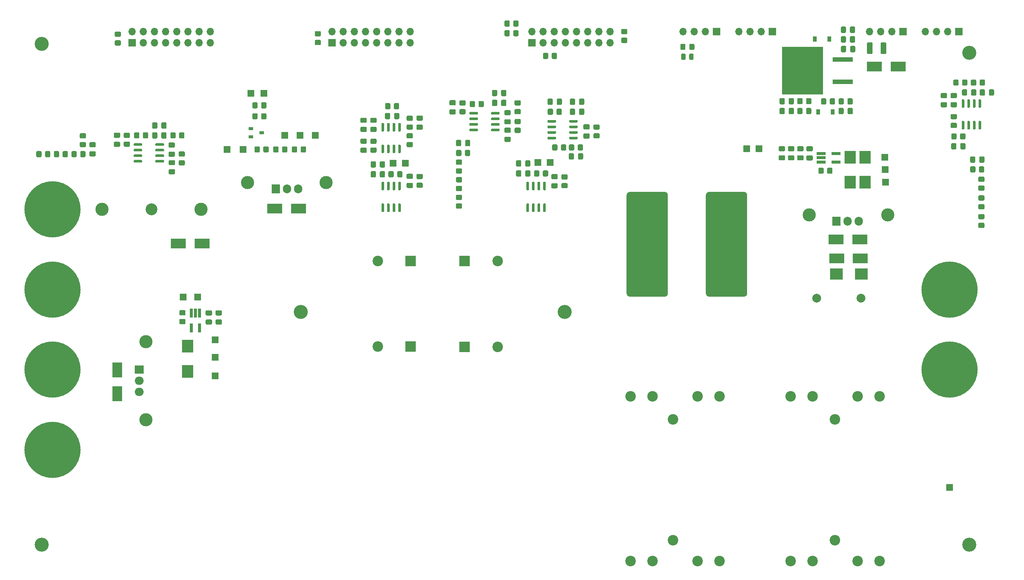
<source format=gts>
G04 #@! TF.GenerationSoftware,KiCad,Pcbnew,(6.0.6)*
G04 #@! TF.CreationDate,2023-08-29T14:34:46+02:00*
G04 #@! TF.ProjectId,cuk-iso-ps,63756b2d-6973-46f2-9d70-732e6b696361,rev?*
G04 #@! TF.SameCoordinates,Original*
G04 #@! TF.FileFunction,Soldermask,Top*
G04 #@! TF.FilePolarity,Negative*
%FSLAX46Y46*%
G04 Gerber Fmt 4.6, Leading zero omitted, Abs format (unit mm)*
G04 Created by KiCad (PCBNEW (6.0.6)) date 2023-08-29 14:34:46*
%MOMM*%
%LPD*%
G01*
G04 APERTURE LIST*
%ADD10R,1.000000X0.700000*%
%ADD11R,4.600000X1.100000*%
%ADD12R,9.400000X10.800000*%
%ADD13C,3.200000*%
%ADD14C,2.400000*%
%ADD15C,12.800000*%
%ADD16R,1.500000X1.500000*%
%ADD17R,2.300000X3.500000*%
%ADD18R,1.700000X1.700000*%
%ADD19O,1.700000X1.700000*%
%ADD20R,2.600000X2.918000*%
%ADD21R,2.400000X2.400000*%
%ADD22R,3.500000X2.300000*%
%ADD23R,0.900000X1.200000*%
%ADD24C,3.000000*%
%ADD25R,1.905000X2.000000*%
%ADD26O,1.905000X2.000000*%
%ADD27R,2.000000X1.905000*%
%ADD28O,2.000000X1.905000*%
%ADD29C,2.000000*%
%ADD30R,0.650000X2.000000*%
%ADD31R,2.918000X2.600000*%
%ADD32R,2.000000X0.650000*%
%ADD33C,2.700000*%
G04 APERTURE END LIST*
D10*
X67650000Y-50050000D03*
X67650000Y-51950000D03*
X70050000Y-51000000D03*
G36*
G01*
X122475000Y-42425000D02*
X122475000Y-41475000D01*
G75*
G02*
X122725000Y-41225000I250000J0D01*
G01*
X123400000Y-41225000D01*
G75*
G02*
X123650000Y-41475000I0J-250000D01*
G01*
X123650000Y-42425000D01*
G75*
G02*
X123400000Y-42675000I-250000J0D01*
G01*
X122725000Y-42675000D01*
G75*
G02*
X122475000Y-42425000I0J250000D01*
G01*
G37*
G36*
G01*
X124550000Y-42425000D02*
X124550000Y-41475000D01*
G75*
G02*
X124800000Y-41225000I250000J0D01*
G01*
X125475000Y-41225000D01*
G75*
G02*
X125725000Y-41475000I0J-250000D01*
G01*
X125725000Y-42425000D01*
G75*
G02*
X125475000Y-42675000I-250000J0D01*
G01*
X124800000Y-42675000D01*
G75*
G02*
X124550000Y-42425000I0J250000D01*
G01*
G37*
G36*
G01*
X233325000Y-61000000D02*
X234225000Y-61000000D01*
G75*
G02*
X234475000Y-61250000I0J-250000D01*
G01*
X234475000Y-61950000D01*
G75*
G02*
X234225000Y-62200000I-250000J0D01*
G01*
X233325000Y-62200000D01*
G75*
G02*
X233075000Y-61950000I0J250000D01*
G01*
X233075000Y-61250000D01*
G75*
G02*
X233325000Y-61000000I250000J0D01*
G01*
G37*
G36*
G01*
X233325000Y-63000000D02*
X234225000Y-63000000D01*
G75*
G02*
X234475000Y-63250000I0J-250000D01*
G01*
X234475000Y-63950000D01*
G75*
G02*
X234225000Y-64200000I-250000J0D01*
G01*
X233325000Y-64200000D01*
G75*
G02*
X233075000Y-63950000I0J250000D01*
G01*
X233075000Y-63250000D01*
G75*
G02*
X233325000Y-63000000I250000J0D01*
G01*
G37*
G36*
G01*
X98900000Y-60906000D02*
X98900000Y-60006000D01*
G75*
G02*
X99150000Y-59756000I250000J0D01*
G01*
X99850000Y-59756000D01*
G75*
G02*
X100100000Y-60006000I0J-250000D01*
G01*
X100100000Y-60906000D01*
G75*
G02*
X99850000Y-61156000I-250000J0D01*
G01*
X99150000Y-61156000D01*
G75*
G02*
X98900000Y-60906000I0J250000D01*
G01*
G37*
G36*
G01*
X100900000Y-60906000D02*
X100900000Y-60006000D01*
G75*
G02*
X101150000Y-59756000I250000J0D01*
G01*
X101850000Y-59756000D01*
G75*
G02*
X102100000Y-60006000I0J-250000D01*
G01*
X102100000Y-60906000D01*
G75*
G02*
X101850000Y-61156000I-250000J0D01*
G01*
X101150000Y-61156000D01*
G75*
G02*
X100900000Y-60906000I0J250000D01*
G01*
G37*
D11*
X202250000Y-39400000D03*
D12*
X193100000Y-36860000D03*
D11*
X202250000Y-34320000D03*
D13*
X79000000Y-91800000D03*
G36*
G01*
X45174000Y-52070000D02*
X45174000Y-51120000D01*
G75*
G02*
X45424000Y-50870000I250000J0D01*
G01*
X46099000Y-50870000D01*
G75*
G02*
X46349000Y-51120000I0J-250000D01*
G01*
X46349000Y-52070000D01*
G75*
G02*
X46099000Y-52320000I-250000J0D01*
G01*
X45424000Y-52320000D01*
G75*
G02*
X45174000Y-52070000I0J250000D01*
G01*
G37*
G36*
G01*
X47249000Y-52070000D02*
X47249000Y-51120000D01*
G75*
G02*
X47499000Y-50870000I250000J0D01*
G01*
X48174000Y-50870000D01*
G75*
G02*
X48424000Y-51120000I0J-250000D01*
G01*
X48424000Y-52070000D01*
G75*
G02*
X48174000Y-52320000I-250000J0D01*
G01*
X47499000Y-52320000D01*
G75*
G02*
X47249000Y-52070000I0J250000D01*
G01*
G37*
G36*
G01*
X103300000Y-47100000D02*
X104200000Y-47100000D01*
G75*
G02*
X104450000Y-47350000I0J-250000D01*
G01*
X104450000Y-48050000D01*
G75*
G02*
X104200000Y-48300000I-250000J0D01*
G01*
X103300000Y-48300000D01*
G75*
G02*
X103050000Y-48050000I0J250000D01*
G01*
X103050000Y-47350000D01*
G75*
G02*
X103300000Y-47100000I250000J0D01*
G01*
G37*
G36*
G01*
X103300000Y-49100000D02*
X104200000Y-49100000D01*
G75*
G02*
X104450000Y-49350000I0J-250000D01*
G01*
X104450000Y-50050000D01*
G75*
G02*
X104200000Y-50300000I-250000J0D01*
G01*
X103300000Y-50300000D01*
G75*
G02*
X103050000Y-50050000I0J250000D01*
G01*
X103050000Y-49350000D01*
G75*
G02*
X103300000Y-49100000I250000J0D01*
G01*
G37*
G36*
G01*
X201812500Y-28015000D02*
X201812500Y-27065000D01*
G75*
G02*
X202062500Y-26815000I250000J0D01*
G01*
X202737500Y-26815000D01*
G75*
G02*
X202987500Y-27065000I0J-250000D01*
G01*
X202987500Y-28015000D01*
G75*
G02*
X202737500Y-28265000I-250000J0D01*
G01*
X202062500Y-28265000D01*
G75*
G02*
X201812500Y-28015000I0J250000D01*
G01*
G37*
G36*
G01*
X203887500Y-28015000D02*
X203887500Y-27065000D01*
G75*
G02*
X204137500Y-26815000I250000J0D01*
G01*
X204812500Y-26815000D01*
G75*
G02*
X205062500Y-27065000I0J-250000D01*
G01*
X205062500Y-28015000D01*
G75*
G02*
X204812500Y-28265000I-250000J0D01*
G01*
X204137500Y-28265000D01*
G75*
G02*
X203887500Y-28015000I0J250000D01*
G01*
G37*
D14*
X205600000Y-148500000D03*
X195400000Y-148500000D03*
X195400000Y-111000000D03*
X205600000Y-111000000D03*
G36*
G01*
X49175000Y-57220000D02*
X50125000Y-57220000D01*
G75*
G02*
X50375000Y-57470000I0J-250000D01*
G01*
X50375000Y-58145000D01*
G75*
G02*
X50125000Y-58395000I-250000J0D01*
G01*
X49175000Y-58395000D01*
G75*
G02*
X48925000Y-58145000I0J250000D01*
G01*
X48925000Y-57470000D01*
G75*
G02*
X49175000Y-57220000I250000J0D01*
G01*
G37*
G36*
G01*
X49175000Y-59295000D02*
X50125000Y-59295000D01*
G75*
G02*
X50375000Y-59545000I0J-250000D01*
G01*
X50375000Y-60220000D01*
G75*
G02*
X50125000Y-60470000I-250000J0D01*
G01*
X49175000Y-60470000D01*
G75*
G02*
X48925000Y-60220000I0J250000D01*
G01*
X48925000Y-59545000D01*
G75*
G02*
X49175000Y-59295000I250000J0D01*
G01*
G37*
G36*
G01*
X225720000Y-45200000D02*
X224770000Y-45200000D01*
G75*
G02*
X224520000Y-44950000I0J250000D01*
G01*
X224520000Y-44275000D01*
G75*
G02*
X224770000Y-44025000I250000J0D01*
G01*
X225720000Y-44025000D01*
G75*
G02*
X225970000Y-44275000I0J-250000D01*
G01*
X225970000Y-44950000D01*
G75*
G02*
X225720000Y-45200000I-250000J0D01*
G01*
G37*
G36*
G01*
X225720000Y-43125000D02*
X224770000Y-43125000D01*
G75*
G02*
X224520000Y-42875000I0J250000D01*
G01*
X224520000Y-42200000D01*
G75*
G02*
X224770000Y-41950000I250000J0D01*
G01*
X225720000Y-41950000D01*
G75*
G02*
X225970000Y-42200000I0J-250000D01*
G01*
X225970000Y-42875000D01*
G75*
G02*
X225720000Y-43125000I-250000J0D01*
G01*
G37*
G36*
G01*
X201850000Y-32415000D02*
X201850000Y-31465000D01*
G75*
G02*
X202100000Y-31215000I250000J0D01*
G01*
X202775000Y-31215000D01*
G75*
G02*
X203025000Y-31465000I0J-250000D01*
G01*
X203025000Y-32415000D01*
G75*
G02*
X202775000Y-32665000I-250000J0D01*
G01*
X202100000Y-32665000D01*
G75*
G02*
X201850000Y-32415000I0J250000D01*
G01*
G37*
G36*
G01*
X203925000Y-32415000D02*
X203925000Y-31465000D01*
G75*
G02*
X204175000Y-31215000I250000J0D01*
G01*
X204850000Y-31215000D01*
G75*
G02*
X205100000Y-31465000I0J-250000D01*
G01*
X205100000Y-32415000D01*
G75*
G02*
X204850000Y-32665000I-250000J0D01*
G01*
X204175000Y-32665000D01*
G75*
G02*
X203925000Y-32415000I0J250000D01*
G01*
G37*
D15*
X22500000Y-68450000D03*
D16*
X132868000Y-57734000D03*
G36*
G01*
X139350000Y-53900000D02*
X139350000Y-54800000D01*
G75*
G02*
X139100000Y-55050000I-250000J0D01*
G01*
X138400000Y-55050000D01*
G75*
G02*
X138150000Y-54800000I0J250000D01*
G01*
X138150000Y-53900000D01*
G75*
G02*
X138400000Y-53650000I250000J0D01*
G01*
X139100000Y-53650000D01*
G75*
G02*
X139350000Y-53900000I0J-250000D01*
G01*
G37*
G36*
G01*
X137350000Y-53900000D02*
X137350000Y-54800000D01*
G75*
G02*
X137100000Y-55050000I-250000J0D01*
G01*
X136400000Y-55050000D01*
G75*
G02*
X136150000Y-54800000I0J250000D01*
G01*
X136150000Y-53900000D01*
G75*
G02*
X136400000Y-53650000I250000J0D01*
G01*
X137100000Y-53650000D01*
G75*
G02*
X137350000Y-53900000I0J-250000D01*
G01*
G37*
G36*
G01*
X137153000Y-63655500D02*
X136203000Y-63655500D01*
G75*
G02*
X135953000Y-63405500I0J250000D01*
G01*
X135953000Y-62730500D01*
G75*
G02*
X136203000Y-62480500I250000J0D01*
G01*
X137153000Y-62480500D01*
G75*
G02*
X137403000Y-62730500I0J-250000D01*
G01*
X137403000Y-63405500D01*
G75*
G02*
X137153000Y-63655500I-250000J0D01*
G01*
G37*
G36*
G01*
X137153000Y-61580500D02*
X136203000Y-61580500D01*
G75*
G02*
X135953000Y-61330500I0J250000D01*
G01*
X135953000Y-60655500D01*
G75*
G02*
X136203000Y-60405500I250000J0D01*
G01*
X137153000Y-60405500D01*
G75*
G02*
X137403000Y-60655500I0J-250000D01*
G01*
X137403000Y-61330500D01*
G75*
G02*
X137153000Y-61580500I-250000J0D01*
G01*
G37*
G36*
G01*
X59825000Y-91437500D02*
X60775000Y-91437500D01*
G75*
G02*
X61025000Y-91687500I0J-250000D01*
G01*
X61025000Y-92362500D01*
G75*
G02*
X60775000Y-92612500I-250000J0D01*
G01*
X59825000Y-92612500D01*
G75*
G02*
X59575000Y-92362500I0J250000D01*
G01*
X59575000Y-91687500D01*
G75*
G02*
X59825000Y-91437500I250000J0D01*
G01*
G37*
G36*
G01*
X59825000Y-93512500D02*
X60775000Y-93512500D01*
G75*
G02*
X61025000Y-93762500I0J-250000D01*
G01*
X61025000Y-94437500D01*
G75*
G02*
X60775000Y-94687500I-250000J0D01*
G01*
X59825000Y-94687500D01*
G75*
G02*
X59575000Y-94437500I0J250000D01*
G01*
X59575000Y-93762500D01*
G75*
G02*
X59825000Y-93512500I250000J0D01*
G01*
G37*
G36*
G01*
X191125000Y-45585000D02*
X191125000Y-46535000D01*
G75*
G02*
X190875000Y-46785000I-250000J0D01*
G01*
X190200000Y-46785000D01*
G75*
G02*
X189950000Y-46535000I0J250000D01*
G01*
X189950000Y-45585000D01*
G75*
G02*
X190200000Y-45335000I250000J0D01*
G01*
X190875000Y-45335000D01*
G75*
G02*
X191125000Y-45585000I0J-250000D01*
G01*
G37*
G36*
G01*
X189050000Y-45585000D02*
X189050000Y-46535000D01*
G75*
G02*
X188800000Y-46785000I-250000J0D01*
G01*
X188125000Y-46785000D01*
G75*
G02*
X187875000Y-46535000I0J250000D01*
G01*
X187875000Y-45585000D01*
G75*
G02*
X188125000Y-45335000I250000J0D01*
G01*
X188800000Y-45335000D01*
G75*
G02*
X189050000Y-45585000I0J-250000D01*
G01*
G37*
G36*
G01*
X29850000Y-54300000D02*
X28950000Y-54300000D01*
G75*
G02*
X28700000Y-54050000I0J250000D01*
G01*
X28700000Y-53350000D01*
G75*
G02*
X28950000Y-53100000I250000J0D01*
G01*
X29850000Y-53100000D01*
G75*
G02*
X30100000Y-53350000I0J-250000D01*
G01*
X30100000Y-54050000D01*
G75*
G02*
X29850000Y-54300000I-250000J0D01*
G01*
G37*
G36*
G01*
X29850000Y-52300000D02*
X28950000Y-52300000D01*
G75*
G02*
X28700000Y-52050000I0J250000D01*
G01*
X28700000Y-51350000D01*
G75*
G02*
X28950000Y-51100000I250000J0D01*
G01*
X29850000Y-51100000D01*
G75*
G02*
X30100000Y-51350000I0J-250000D01*
G01*
X30100000Y-52050000D01*
G75*
G02*
X29850000Y-52300000I-250000J0D01*
G01*
G37*
D13*
X20000000Y-144800000D03*
G36*
G01*
X44250000Y-51145000D02*
X44250000Y-52045000D01*
G75*
G02*
X44000000Y-52295000I-250000J0D01*
G01*
X43300000Y-52295000D01*
G75*
G02*
X43050000Y-52045000I0J250000D01*
G01*
X43050000Y-51145000D01*
G75*
G02*
X43300000Y-50895000I250000J0D01*
G01*
X44000000Y-50895000D01*
G75*
G02*
X44250000Y-51145000I0J-250000D01*
G01*
G37*
G36*
G01*
X42250000Y-51145000D02*
X42250000Y-52045000D01*
G75*
G02*
X42000000Y-52295000I-250000J0D01*
G01*
X41300000Y-52295000D01*
G75*
G02*
X41050000Y-52045000I0J250000D01*
G01*
X41050000Y-51145000D01*
G75*
G02*
X41300000Y-50895000I250000J0D01*
G01*
X42000000Y-50895000D01*
G75*
G02*
X42250000Y-51145000I0J-250000D01*
G01*
G37*
D16*
X78800000Y-51550000D03*
X75300000Y-51550000D03*
G36*
G01*
X227045000Y-46725000D02*
X227945000Y-46725000D01*
G75*
G02*
X228195000Y-46975000I0J-250000D01*
G01*
X228195000Y-47675000D01*
G75*
G02*
X227945000Y-47925000I-250000J0D01*
G01*
X227045000Y-47925000D01*
G75*
G02*
X226795000Y-47675000I0J250000D01*
G01*
X226795000Y-46975000D01*
G75*
G02*
X227045000Y-46725000I250000J0D01*
G01*
G37*
G36*
G01*
X227045000Y-48725000D02*
X227945000Y-48725000D01*
G75*
G02*
X228195000Y-48975000I0J-250000D01*
G01*
X228195000Y-49675000D01*
G75*
G02*
X227945000Y-49925000I-250000J0D01*
G01*
X227045000Y-49925000D01*
G75*
G02*
X226795000Y-49675000I0J250000D01*
G01*
X226795000Y-48975000D01*
G75*
G02*
X227045000Y-48725000I250000J0D01*
G01*
G37*
X226550000Y-131750000D03*
G36*
G01*
X122475000Y-44675000D02*
X122475000Y-43725000D01*
G75*
G02*
X122725000Y-43475000I250000J0D01*
G01*
X123400000Y-43475000D01*
G75*
G02*
X123650000Y-43725000I0J-250000D01*
G01*
X123650000Y-44675000D01*
G75*
G02*
X123400000Y-44925000I-250000J0D01*
G01*
X122725000Y-44925000D01*
G75*
G02*
X122475000Y-44675000I0J250000D01*
G01*
G37*
G36*
G01*
X124550000Y-44675000D02*
X124550000Y-43725000D01*
G75*
G02*
X124800000Y-43475000I250000J0D01*
G01*
X125475000Y-43475000D01*
G75*
G02*
X125725000Y-43725000I0J-250000D01*
G01*
X125725000Y-44675000D01*
G75*
G02*
X125475000Y-44925000I-250000J0D01*
G01*
X124800000Y-44925000D01*
G75*
G02*
X124550000Y-44675000I0J250000D01*
G01*
G37*
G36*
G01*
X114275000Y-53825000D02*
X114275000Y-52875000D01*
G75*
G02*
X114525000Y-52625000I250000J0D01*
G01*
X115200000Y-52625000D01*
G75*
G02*
X115450000Y-52875000I0J-250000D01*
G01*
X115450000Y-53825000D01*
G75*
G02*
X115200000Y-54075000I-250000J0D01*
G01*
X114525000Y-54075000D01*
G75*
G02*
X114275000Y-53825000I0J250000D01*
G01*
G37*
G36*
G01*
X116350000Y-53825000D02*
X116350000Y-52875000D01*
G75*
G02*
X116600000Y-52625000I250000J0D01*
G01*
X117275000Y-52625000D01*
G75*
G02*
X117525000Y-52875000I0J-250000D01*
G01*
X117525000Y-53825000D01*
G75*
G02*
X117275000Y-54075000I-250000J0D01*
G01*
X116600000Y-54075000D01*
G75*
G02*
X116350000Y-53825000I0J250000D01*
G01*
G37*
G36*
G01*
X101375000Y-46725000D02*
X101375000Y-47675000D01*
G75*
G02*
X101125000Y-47925000I-250000J0D01*
G01*
X100450000Y-47925000D01*
G75*
G02*
X100200000Y-47675000I0J250000D01*
G01*
X100200000Y-46725000D01*
G75*
G02*
X100450000Y-46475000I250000J0D01*
G01*
X101125000Y-46475000D01*
G75*
G02*
X101375000Y-46725000I0J-250000D01*
G01*
G37*
G36*
G01*
X99300000Y-46725000D02*
X99300000Y-47675000D01*
G75*
G02*
X99050000Y-47925000I-250000J0D01*
G01*
X98375000Y-47925000D01*
G75*
G02*
X98125000Y-47675000I0J250000D01*
G01*
X98125000Y-46725000D01*
G75*
G02*
X98375000Y-46475000I250000J0D01*
G01*
X99050000Y-46475000D01*
G75*
G02*
X99300000Y-46725000I0J-250000D01*
G01*
G37*
X52250000Y-88450000D03*
X211800000Y-56550000D03*
D17*
X37250000Y-105000000D03*
X37250000Y-110400000D03*
D16*
X211850000Y-59350000D03*
G36*
G01*
X26000000Y-55425000D02*
X26000000Y-56325000D01*
G75*
G02*
X25750000Y-56575000I-250000J0D01*
G01*
X25050000Y-56575000D01*
G75*
G02*
X24800000Y-56325000I0J250000D01*
G01*
X24800000Y-55425000D01*
G75*
G02*
X25050000Y-55175000I250000J0D01*
G01*
X25750000Y-55175000D01*
G75*
G02*
X26000000Y-55425000I0J-250000D01*
G01*
G37*
G36*
G01*
X24000000Y-55425000D02*
X24000000Y-56325000D01*
G75*
G02*
X23750000Y-56575000I-250000J0D01*
G01*
X23050000Y-56575000D01*
G75*
G02*
X22800000Y-56325000I0J250000D01*
G01*
X22800000Y-55425000D01*
G75*
G02*
X23050000Y-55175000I250000J0D01*
G01*
X23750000Y-55175000D01*
G75*
G02*
X24000000Y-55425000I0J-250000D01*
G01*
G37*
D18*
X86070000Y-30480000D03*
D19*
X86070000Y-27940000D03*
X88610000Y-30480000D03*
X88610000Y-27940000D03*
X91150000Y-30480000D03*
X91150000Y-27940000D03*
X93690000Y-30480000D03*
X93690000Y-27940000D03*
X96230000Y-30480000D03*
X96230000Y-27940000D03*
X98770000Y-30480000D03*
X98770000Y-27940000D03*
X101310000Y-30480000D03*
X101310000Y-27940000D03*
X103850000Y-30480000D03*
X103850000Y-27940000D03*
D18*
X40570000Y-30480000D03*
D19*
X40570000Y-27940000D03*
X43110000Y-30480000D03*
X43110000Y-27940000D03*
X45650000Y-30480000D03*
X45650000Y-27940000D03*
X48190000Y-30480000D03*
X48190000Y-27940000D03*
X50730000Y-30480000D03*
X50730000Y-27940000D03*
X53270000Y-30480000D03*
X53270000Y-27940000D03*
X55810000Y-30480000D03*
X55810000Y-27940000D03*
X58350000Y-30480000D03*
X58350000Y-27940000D03*
G36*
G01*
X139414000Y-63652000D02*
X138514000Y-63652000D01*
G75*
G02*
X138264000Y-63402000I0J250000D01*
G01*
X138264000Y-62702000D01*
G75*
G02*
X138514000Y-62452000I250000J0D01*
G01*
X139414000Y-62452000D01*
G75*
G02*
X139664000Y-62702000I0J-250000D01*
G01*
X139664000Y-63402000D01*
G75*
G02*
X139414000Y-63652000I-250000J0D01*
G01*
G37*
G36*
G01*
X139414000Y-61652000D02*
X138514000Y-61652000D01*
G75*
G02*
X138264000Y-61402000I0J250000D01*
G01*
X138264000Y-60702000D01*
G75*
G02*
X138514000Y-60452000I250000J0D01*
G01*
X139414000Y-60452000D01*
G75*
G02*
X139664000Y-60702000I0J-250000D01*
G01*
X139664000Y-61402000D01*
G75*
G02*
X139414000Y-61652000I-250000J0D01*
G01*
G37*
G36*
G01*
X143185000Y-55907000D02*
X143185000Y-56857000D01*
G75*
G02*
X142935000Y-57107000I-250000J0D01*
G01*
X142260000Y-57107000D01*
G75*
G02*
X142010000Y-56857000I0J250000D01*
G01*
X142010000Y-55907000D01*
G75*
G02*
X142260000Y-55657000I250000J0D01*
G01*
X142935000Y-55657000D01*
G75*
G02*
X143185000Y-55907000I0J-250000D01*
G01*
G37*
G36*
G01*
X141110000Y-55907000D02*
X141110000Y-56857000D01*
G75*
G02*
X140860000Y-57107000I-250000J0D01*
G01*
X140185000Y-57107000D01*
G75*
G02*
X139935000Y-56857000I0J250000D01*
G01*
X139935000Y-55907000D01*
G75*
G02*
X140185000Y-55657000I250000J0D01*
G01*
X140860000Y-55657000D01*
G75*
G02*
X141110000Y-55907000I0J-250000D01*
G01*
G37*
G36*
G01*
X105525000Y-47075000D02*
X106475000Y-47075000D01*
G75*
G02*
X106725000Y-47325000I0J-250000D01*
G01*
X106725000Y-48000000D01*
G75*
G02*
X106475000Y-48250000I-250000J0D01*
G01*
X105525000Y-48250000D01*
G75*
G02*
X105275000Y-48000000I0J250000D01*
G01*
X105275000Y-47325000D01*
G75*
G02*
X105525000Y-47075000I250000J0D01*
G01*
G37*
G36*
G01*
X105525000Y-49150000D02*
X106475000Y-49150000D01*
G75*
G02*
X106725000Y-49400000I0J-250000D01*
G01*
X106725000Y-50075000D01*
G75*
G02*
X106475000Y-50325000I-250000J0D01*
G01*
X105525000Y-50325000D01*
G75*
G02*
X105275000Y-50075000I0J250000D01*
G01*
X105275000Y-49400000D01*
G75*
G02*
X105525000Y-49150000I250000J0D01*
G01*
G37*
D20*
X53250000Y-105309000D03*
X53250000Y-99591000D03*
G36*
G01*
X95975000Y-50825000D02*
X95025000Y-50825000D01*
G75*
G02*
X94775000Y-50575000I0J250000D01*
G01*
X94775000Y-49900000D01*
G75*
G02*
X95025000Y-49650000I250000J0D01*
G01*
X95975000Y-49650000D01*
G75*
G02*
X96225000Y-49900000I0J-250000D01*
G01*
X96225000Y-50575000D01*
G75*
G02*
X95975000Y-50825000I-250000J0D01*
G01*
G37*
G36*
G01*
X95975000Y-48750000D02*
X95025000Y-48750000D01*
G75*
G02*
X94775000Y-48500000I0J250000D01*
G01*
X94775000Y-47825000D01*
G75*
G02*
X95025000Y-47575000I250000J0D01*
G01*
X95975000Y-47575000D01*
G75*
G02*
X96225000Y-47825000I0J-250000D01*
G01*
X96225000Y-48500000D01*
G75*
G02*
X95975000Y-48750000I-250000J0D01*
G01*
G37*
D15*
X226500000Y-86700000D03*
G36*
G01*
X130745000Y-69050000D02*
X130445000Y-69050000D01*
G75*
G02*
X130295000Y-68900000I0J150000D01*
G01*
X130295000Y-67250000D01*
G75*
G02*
X130445000Y-67100000I150000J0D01*
G01*
X130745000Y-67100000D01*
G75*
G02*
X130895000Y-67250000I0J-150000D01*
G01*
X130895000Y-68900000D01*
G75*
G02*
X130745000Y-69050000I-150000J0D01*
G01*
G37*
G36*
G01*
X132015000Y-69050000D02*
X131715000Y-69050000D01*
G75*
G02*
X131565000Y-68900000I0J150000D01*
G01*
X131565000Y-67250000D01*
G75*
G02*
X131715000Y-67100000I150000J0D01*
G01*
X132015000Y-67100000D01*
G75*
G02*
X132165000Y-67250000I0J-150000D01*
G01*
X132165000Y-68900000D01*
G75*
G02*
X132015000Y-69050000I-150000J0D01*
G01*
G37*
G36*
G01*
X133285000Y-69050000D02*
X132985000Y-69050000D01*
G75*
G02*
X132835000Y-68900000I0J150000D01*
G01*
X132835000Y-67250000D01*
G75*
G02*
X132985000Y-67100000I150000J0D01*
G01*
X133285000Y-67100000D01*
G75*
G02*
X133435000Y-67250000I0J-150000D01*
G01*
X133435000Y-68900000D01*
G75*
G02*
X133285000Y-69050000I-150000J0D01*
G01*
G37*
G36*
G01*
X134555000Y-69050000D02*
X134255000Y-69050000D01*
G75*
G02*
X134105000Y-68900000I0J150000D01*
G01*
X134105000Y-67250000D01*
G75*
G02*
X134255000Y-67100000I150000J0D01*
G01*
X134555000Y-67100000D01*
G75*
G02*
X134705000Y-67250000I0J-150000D01*
G01*
X134705000Y-68900000D01*
G75*
G02*
X134555000Y-69050000I-150000J0D01*
G01*
G37*
G36*
G01*
X134555000Y-64100000D02*
X134255000Y-64100000D01*
G75*
G02*
X134105000Y-63950000I0J150000D01*
G01*
X134105000Y-62300000D01*
G75*
G02*
X134255000Y-62150000I150000J0D01*
G01*
X134555000Y-62150000D01*
G75*
G02*
X134705000Y-62300000I0J-150000D01*
G01*
X134705000Y-63950000D01*
G75*
G02*
X134555000Y-64100000I-150000J0D01*
G01*
G37*
G36*
G01*
X133285000Y-64100000D02*
X132985000Y-64100000D01*
G75*
G02*
X132835000Y-63950000I0J150000D01*
G01*
X132835000Y-62300000D01*
G75*
G02*
X132985000Y-62150000I150000J0D01*
G01*
X133285000Y-62150000D01*
G75*
G02*
X133435000Y-62300000I0J-150000D01*
G01*
X133435000Y-63950000D01*
G75*
G02*
X133285000Y-64100000I-150000J0D01*
G01*
G37*
G36*
G01*
X132015000Y-64100000D02*
X131715000Y-64100000D01*
G75*
G02*
X131565000Y-63950000I0J150000D01*
G01*
X131565000Y-62300000D01*
G75*
G02*
X131715000Y-62150000I150000J0D01*
G01*
X132015000Y-62150000D01*
G75*
G02*
X132165000Y-62300000I0J-150000D01*
G01*
X132165000Y-63950000D01*
G75*
G02*
X132015000Y-64100000I-150000J0D01*
G01*
G37*
G36*
G01*
X130745000Y-64100000D02*
X130445000Y-64100000D01*
G75*
G02*
X130295000Y-63950000I0J150000D01*
G01*
X130295000Y-62300000D01*
G75*
G02*
X130445000Y-62150000I150000J0D01*
G01*
X130745000Y-62150000D01*
G75*
G02*
X130895000Y-62300000I0J-150000D01*
G01*
X130895000Y-63950000D01*
G75*
G02*
X130745000Y-64100000I-150000J0D01*
G01*
G37*
G36*
G01*
X51600000Y-91400000D02*
X52500000Y-91400000D01*
G75*
G02*
X52750000Y-91650000I0J-250000D01*
G01*
X52750000Y-92350000D01*
G75*
G02*
X52500000Y-92600000I-250000J0D01*
G01*
X51600000Y-92600000D01*
G75*
G02*
X51350000Y-92350000I0J250000D01*
G01*
X51350000Y-91650000D01*
G75*
G02*
X51600000Y-91400000I250000J0D01*
G01*
G37*
G36*
G01*
X51600000Y-93400000D02*
X52500000Y-93400000D01*
G75*
G02*
X52750000Y-93650000I0J-250000D01*
G01*
X52750000Y-94350000D01*
G75*
G02*
X52500000Y-94600000I-250000J0D01*
G01*
X51600000Y-94600000D01*
G75*
G02*
X51350000Y-94350000I0J250000D01*
G01*
X51350000Y-93650000D01*
G75*
G02*
X51600000Y-93400000I250000J0D01*
G01*
G37*
D13*
X20000000Y-30800000D03*
G36*
G01*
X132030000Y-60724000D02*
X132030000Y-59824000D01*
G75*
G02*
X132280000Y-59574000I250000J0D01*
G01*
X132980000Y-59574000D01*
G75*
G02*
X133230000Y-59824000I0J-250000D01*
G01*
X133230000Y-60724000D01*
G75*
G02*
X132980000Y-60974000I-250000J0D01*
G01*
X132280000Y-60974000D01*
G75*
G02*
X132030000Y-60724000I0J250000D01*
G01*
G37*
G36*
G01*
X134030000Y-60724000D02*
X134030000Y-59824000D01*
G75*
G02*
X134280000Y-59574000I250000J0D01*
G01*
X134980000Y-59574000D01*
G75*
G02*
X135230000Y-59824000I0J-250000D01*
G01*
X135230000Y-60724000D01*
G75*
G02*
X134980000Y-60974000I-250000J0D01*
G01*
X134280000Y-60974000D01*
G75*
G02*
X134030000Y-60724000I0J250000D01*
G01*
G37*
D16*
X59500000Y-98150000D03*
G36*
G01*
X131191000Y-57513000D02*
X131191000Y-58463000D01*
G75*
G02*
X130941000Y-58713000I-250000J0D01*
G01*
X130266000Y-58713000D01*
G75*
G02*
X130016000Y-58463000I0J250000D01*
G01*
X130016000Y-57513000D01*
G75*
G02*
X130266000Y-57263000I250000J0D01*
G01*
X130941000Y-57263000D01*
G75*
G02*
X131191000Y-57513000I0J-250000D01*
G01*
G37*
G36*
G01*
X129116000Y-57513000D02*
X129116000Y-58463000D01*
G75*
G02*
X128866000Y-58713000I-250000J0D01*
G01*
X128191000Y-58713000D01*
G75*
G02*
X127941000Y-58463000I0J250000D01*
G01*
X127941000Y-57513000D01*
G75*
G02*
X128191000Y-57263000I250000J0D01*
G01*
X128866000Y-57263000D01*
G75*
G02*
X129116000Y-57513000I0J-250000D01*
G01*
G37*
G36*
G01*
X114500000Y-57100000D02*
X115400000Y-57100000D01*
G75*
G02*
X115650000Y-57350000I0J-250000D01*
G01*
X115650000Y-58050000D01*
G75*
G02*
X115400000Y-58300000I-250000J0D01*
G01*
X114500000Y-58300000D01*
G75*
G02*
X114250000Y-58050000I0J250000D01*
G01*
X114250000Y-57350000D01*
G75*
G02*
X114500000Y-57100000I250000J0D01*
G01*
G37*
G36*
G01*
X114500000Y-59100000D02*
X115400000Y-59100000D01*
G75*
G02*
X115650000Y-59350000I0J-250000D01*
G01*
X115650000Y-60050000D01*
G75*
G02*
X115400000Y-60300000I-250000J0D01*
G01*
X114500000Y-60300000D01*
G75*
G02*
X114250000Y-60050000I0J250000D01*
G01*
X114250000Y-59350000D01*
G75*
G02*
X114500000Y-59100000I250000J0D01*
G01*
G37*
D13*
X231000000Y-144800000D03*
G36*
G01*
X125295000Y-28780000D02*
X125295000Y-27880000D01*
G75*
G02*
X125545000Y-27630000I250000J0D01*
G01*
X126245000Y-27630000D01*
G75*
G02*
X126495000Y-27880000I0J-250000D01*
G01*
X126495000Y-28780000D01*
G75*
G02*
X126245000Y-29030000I-250000J0D01*
G01*
X125545000Y-29030000D01*
G75*
G02*
X125295000Y-28780000I0J250000D01*
G01*
G37*
G36*
G01*
X127295000Y-28780000D02*
X127295000Y-27880000D01*
G75*
G02*
X127545000Y-27630000I250000J0D01*
G01*
X128245000Y-27630000D01*
G75*
G02*
X128495000Y-27880000I0J-250000D01*
G01*
X128495000Y-28780000D01*
G75*
G02*
X128245000Y-29030000I-250000J0D01*
G01*
X127545000Y-29030000D01*
G75*
G02*
X127295000Y-28780000I0J250000D01*
G01*
G37*
G36*
G01*
X195100000Y-43360000D02*
X195100000Y-44260000D01*
G75*
G02*
X194850000Y-44510000I-250000J0D01*
G01*
X194150000Y-44510000D01*
G75*
G02*
X193900000Y-44260000I0J250000D01*
G01*
X193900000Y-43360000D01*
G75*
G02*
X194150000Y-43110000I250000J0D01*
G01*
X194850000Y-43110000D01*
G75*
G02*
X195100000Y-43360000I0J-250000D01*
G01*
G37*
G36*
G01*
X193100000Y-43360000D02*
X193100000Y-44260000D01*
G75*
G02*
X192850000Y-44510000I-250000J0D01*
G01*
X192150000Y-44510000D01*
G75*
G02*
X191900000Y-44260000I0J250000D01*
G01*
X191900000Y-43360000D01*
G75*
G02*
X192150000Y-43110000I250000J0D01*
G01*
X192850000Y-43110000D01*
G75*
G02*
X193100000Y-43360000I0J-250000D01*
G01*
G37*
G36*
G01*
X197300000Y-44310000D02*
X197300000Y-43410000D01*
G75*
G02*
X197550000Y-43160000I250000J0D01*
G01*
X198250000Y-43160000D01*
G75*
G02*
X198500000Y-43410000I0J-250000D01*
G01*
X198500000Y-44310000D01*
G75*
G02*
X198250000Y-44560000I-250000J0D01*
G01*
X197550000Y-44560000D01*
G75*
G02*
X197300000Y-44310000I0J250000D01*
G01*
G37*
G36*
G01*
X199300000Y-44310000D02*
X199300000Y-43410000D01*
G75*
G02*
X199550000Y-43160000I250000J0D01*
G01*
X200250000Y-43160000D01*
G75*
G02*
X200500000Y-43410000I0J-250000D01*
G01*
X200500000Y-44310000D01*
G75*
G02*
X200250000Y-44560000I-250000J0D01*
G01*
X199550000Y-44560000D01*
G75*
G02*
X199300000Y-44310000I0J250000D01*
G01*
G37*
D16*
X70600000Y-42000000D03*
X62200000Y-54800000D03*
G36*
G01*
X125525000Y-49835000D02*
X126475000Y-49835000D01*
G75*
G02*
X126725000Y-50085000I0J-250000D01*
G01*
X126725000Y-50760000D01*
G75*
G02*
X126475000Y-51010000I-250000J0D01*
G01*
X125525000Y-51010000D01*
G75*
G02*
X125275000Y-50760000I0J250000D01*
G01*
X125275000Y-50085000D01*
G75*
G02*
X125525000Y-49835000I250000J0D01*
G01*
G37*
G36*
G01*
X125525000Y-51910000D02*
X126475000Y-51910000D01*
G75*
G02*
X126725000Y-52160000I0J-250000D01*
G01*
X126725000Y-52835000D01*
G75*
G02*
X126475000Y-53085000I-250000J0D01*
G01*
X125525000Y-53085000D01*
G75*
G02*
X125275000Y-52835000I0J250000D01*
G01*
X125275000Y-52160000D01*
G75*
G02*
X125525000Y-51910000I250000J0D01*
G01*
G37*
D14*
X169200000Y-148504000D03*
X159000000Y-148504000D03*
X159000000Y-111004000D03*
X169200000Y-111004000D03*
D18*
X131570000Y-30480000D03*
D19*
X131570000Y-27940000D03*
X134110000Y-30480000D03*
X134110000Y-27940000D03*
X136650000Y-30480000D03*
X136650000Y-27940000D03*
X139190000Y-30480000D03*
X139190000Y-27940000D03*
X141730000Y-30480000D03*
X141730000Y-27940000D03*
X144270000Y-30480000D03*
X144270000Y-27940000D03*
X146810000Y-30480000D03*
X146810000Y-27940000D03*
X149350000Y-30480000D03*
X149350000Y-27940000D03*
G36*
G01*
X144425000Y-52325000D02*
X143475000Y-52325000D01*
G75*
G02*
X143225000Y-52075000I0J250000D01*
G01*
X143225000Y-51400000D01*
G75*
G02*
X143475000Y-51150000I250000J0D01*
G01*
X144425000Y-51150000D01*
G75*
G02*
X144675000Y-51400000I0J-250000D01*
G01*
X144675000Y-52075000D01*
G75*
G02*
X144425000Y-52325000I-250000J0D01*
G01*
G37*
G36*
G01*
X144425000Y-50250000D02*
X143475000Y-50250000D01*
G75*
G02*
X143225000Y-50000000I0J250000D01*
G01*
X143225000Y-49325000D01*
G75*
G02*
X143475000Y-49075000I250000J0D01*
G01*
X144425000Y-49075000D01*
G75*
G02*
X144675000Y-49325000I0J-250000D01*
G01*
X144675000Y-50000000D01*
G75*
G02*
X144425000Y-50250000I-250000J0D01*
G01*
G37*
G36*
G01*
X212150000Y-30665000D02*
X212150000Y-32815000D01*
G75*
G02*
X211900000Y-33065000I-250000J0D01*
G01*
X211100000Y-33065000D01*
G75*
G02*
X210850000Y-32815000I0J250000D01*
G01*
X210850000Y-30665000D01*
G75*
G02*
X211100000Y-30415000I250000J0D01*
G01*
X211900000Y-30415000D01*
G75*
G02*
X212150000Y-30665000I0J-250000D01*
G01*
G37*
G36*
G01*
X209050000Y-30665000D02*
X209050000Y-32815000D01*
G75*
G02*
X208800000Y-33065000I-250000J0D01*
G01*
X208000000Y-33065000D01*
G75*
G02*
X207750000Y-32815000I0J250000D01*
G01*
X207750000Y-30665000D01*
G75*
G02*
X208000000Y-30415000I250000J0D01*
G01*
X208800000Y-30415000D01*
G75*
G02*
X209050000Y-30665000I0J-250000D01*
G01*
G37*
D14*
X163592000Y-143758000D03*
X163592000Y-116258000D03*
G36*
G01*
X40950000Y-53845000D02*
X40950000Y-53545000D01*
G75*
G02*
X41100000Y-53395000I150000J0D01*
G01*
X42750000Y-53395000D01*
G75*
G02*
X42900000Y-53545000I0J-150000D01*
G01*
X42900000Y-53845000D01*
G75*
G02*
X42750000Y-53995000I-150000J0D01*
G01*
X41100000Y-53995000D01*
G75*
G02*
X40950000Y-53845000I0J150000D01*
G01*
G37*
G36*
G01*
X40950000Y-55115000D02*
X40950000Y-54815000D01*
G75*
G02*
X41100000Y-54665000I150000J0D01*
G01*
X42750000Y-54665000D01*
G75*
G02*
X42900000Y-54815000I0J-150000D01*
G01*
X42900000Y-55115000D01*
G75*
G02*
X42750000Y-55265000I-150000J0D01*
G01*
X41100000Y-55265000D01*
G75*
G02*
X40950000Y-55115000I0J150000D01*
G01*
G37*
G36*
G01*
X40950000Y-56385000D02*
X40950000Y-56085000D01*
G75*
G02*
X41100000Y-55935000I150000J0D01*
G01*
X42750000Y-55935000D01*
G75*
G02*
X42900000Y-56085000I0J-150000D01*
G01*
X42900000Y-56385000D01*
G75*
G02*
X42750000Y-56535000I-150000J0D01*
G01*
X41100000Y-56535000D01*
G75*
G02*
X40950000Y-56385000I0J150000D01*
G01*
G37*
G36*
G01*
X40950000Y-57655000D02*
X40950000Y-57355000D01*
G75*
G02*
X41100000Y-57205000I150000J0D01*
G01*
X42750000Y-57205000D01*
G75*
G02*
X42900000Y-57355000I0J-150000D01*
G01*
X42900000Y-57655000D01*
G75*
G02*
X42750000Y-57805000I-150000J0D01*
G01*
X41100000Y-57805000D01*
G75*
G02*
X40950000Y-57655000I0J150000D01*
G01*
G37*
G36*
G01*
X45900000Y-57655000D02*
X45900000Y-57355000D01*
G75*
G02*
X46050000Y-57205000I150000J0D01*
G01*
X47700000Y-57205000D01*
G75*
G02*
X47850000Y-57355000I0J-150000D01*
G01*
X47850000Y-57655000D01*
G75*
G02*
X47700000Y-57805000I-150000J0D01*
G01*
X46050000Y-57805000D01*
G75*
G02*
X45900000Y-57655000I0J150000D01*
G01*
G37*
G36*
G01*
X45900000Y-56385000D02*
X45900000Y-56085000D01*
G75*
G02*
X46050000Y-55935000I150000J0D01*
G01*
X47700000Y-55935000D01*
G75*
G02*
X47850000Y-56085000I0J-150000D01*
G01*
X47850000Y-56385000D01*
G75*
G02*
X47700000Y-56535000I-150000J0D01*
G01*
X46050000Y-56535000D01*
G75*
G02*
X45900000Y-56385000I0J150000D01*
G01*
G37*
G36*
G01*
X45900000Y-55115000D02*
X45900000Y-54815000D01*
G75*
G02*
X46050000Y-54665000I150000J0D01*
G01*
X47700000Y-54665000D01*
G75*
G02*
X47850000Y-54815000I0J-150000D01*
G01*
X47850000Y-55115000D01*
G75*
G02*
X47700000Y-55265000I-150000J0D01*
G01*
X46050000Y-55265000D01*
G75*
G02*
X45900000Y-55115000I0J150000D01*
G01*
G37*
G36*
G01*
X45900000Y-53845000D02*
X45900000Y-53545000D01*
G75*
G02*
X46050000Y-53395000I150000J0D01*
G01*
X47700000Y-53395000D01*
G75*
G02*
X47850000Y-53545000I0J-150000D01*
G01*
X47850000Y-53845000D01*
G75*
G02*
X47700000Y-53995000I-150000J0D01*
G01*
X46050000Y-53995000D01*
G75*
G02*
X45900000Y-53845000I0J150000D01*
G01*
G37*
G36*
G01*
X191125000Y-43335000D02*
X191125000Y-44285000D01*
G75*
G02*
X190875000Y-44535000I-250000J0D01*
G01*
X190200000Y-44535000D01*
G75*
G02*
X189950000Y-44285000I0J250000D01*
G01*
X189950000Y-43335000D01*
G75*
G02*
X190200000Y-43085000I250000J0D01*
G01*
X190875000Y-43085000D01*
G75*
G02*
X191125000Y-43335000I0J-250000D01*
G01*
G37*
G36*
G01*
X189050000Y-43335000D02*
X189050000Y-44285000D01*
G75*
G02*
X188800000Y-44535000I-250000J0D01*
G01*
X188125000Y-44535000D01*
G75*
G02*
X187875000Y-44285000I0J250000D01*
G01*
X187875000Y-43335000D01*
G75*
G02*
X188125000Y-43085000I250000J0D01*
G01*
X188800000Y-43085000D01*
G75*
G02*
X189050000Y-43335000I0J-250000D01*
G01*
G37*
G36*
G01*
X103300000Y-51100000D02*
X104200000Y-51100000D01*
G75*
G02*
X104450000Y-51350000I0J-250000D01*
G01*
X104450000Y-52050000D01*
G75*
G02*
X104200000Y-52300000I-250000J0D01*
G01*
X103300000Y-52300000D01*
G75*
G02*
X103050000Y-52050000I0J250000D01*
G01*
X103050000Y-51350000D01*
G75*
G02*
X103300000Y-51100000I250000J0D01*
G01*
G37*
G36*
G01*
X103300000Y-53100000D02*
X104200000Y-53100000D01*
G75*
G02*
X104450000Y-53350000I0J-250000D01*
G01*
X104450000Y-54050000D01*
G75*
G02*
X104200000Y-54300000I-250000J0D01*
G01*
X103300000Y-54300000D01*
G75*
G02*
X103050000Y-54050000I0J250000D01*
G01*
X103050000Y-53350000D01*
G75*
G02*
X103300000Y-53100000I250000J0D01*
G01*
G37*
D21*
X116250000Y-99750000D03*
D14*
X123750000Y-99750000D03*
D22*
X78450000Y-68245000D03*
X73050000Y-68245000D03*
G36*
G01*
X115300000Y-43610000D02*
X116200000Y-43610000D01*
G75*
G02*
X116450000Y-43860000I0J-250000D01*
G01*
X116450000Y-44560000D01*
G75*
G02*
X116200000Y-44810000I-250000J0D01*
G01*
X115300000Y-44810000D01*
G75*
G02*
X115050000Y-44560000I0J250000D01*
G01*
X115050000Y-43860000D01*
G75*
G02*
X115300000Y-43610000I250000J0D01*
G01*
G37*
G36*
G01*
X115300000Y-45610000D02*
X116200000Y-45610000D01*
G75*
G02*
X116450000Y-45860000I0J-250000D01*
G01*
X116450000Y-46560000D01*
G75*
G02*
X116200000Y-46810000I-250000J0D01*
G01*
X115300000Y-46810000D01*
G75*
G02*
X115050000Y-46560000I0J250000D01*
G01*
X115050000Y-45860000D01*
G75*
G02*
X115300000Y-45610000I250000J0D01*
G01*
G37*
D20*
X207300000Y-56541000D03*
X207300000Y-62259000D03*
D16*
X211950000Y-62250000D03*
D23*
X196650000Y-46260000D03*
X199950000Y-46260000D03*
G36*
G01*
X196700000Y-60100000D02*
X196700000Y-59200000D01*
G75*
G02*
X196950000Y-58950000I250000J0D01*
G01*
X197650000Y-58950000D01*
G75*
G02*
X197900000Y-59200000I0J-250000D01*
G01*
X197900000Y-60100000D01*
G75*
G02*
X197650000Y-60350000I-250000J0D01*
G01*
X196950000Y-60350000D01*
G75*
G02*
X196700000Y-60100000I0J250000D01*
G01*
G37*
G36*
G01*
X198700000Y-60100000D02*
X198700000Y-59200000D01*
G75*
G02*
X198950000Y-58950000I250000J0D01*
G01*
X199650000Y-58950000D01*
G75*
G02*
X199900000Y-59200000I0J-250000D01*
G01*
X199900000Y-60100000D01*
G75*
G02*
X199650000Y-60350000I-250000J0D01*
G01*
X198950000Y-60350000D01*
G75*
G02*
X198700000Y-60100000I0J250000D01*
G01*
G37*
G36*
G01*
X113025000Y-43585000D02*
X113975000Y-43585000D01*
G75*
G02*
X114225000Y-43835000I0J-250000D01*
G01*
X114225000Y-44510000D01*
G75*
G02*
X113975000Y-44760000I-250000J0D01*
G01*
X113025000Y-44760000D01*
G75*
G02*
X112775000Y-44510000I0J250000D01*
G01*
X112775000Y-43835000D01*
G75*
G02*
X113025000Y-43585000I250000J0D01*
G01*
G37*
G36*
G01*
X113025000Y-45660000D02*
X113975000Y-45660000D01*
G75*
G02*
X114225000Y-45910000I0J-250000D01*
G01*
X114225000Y-46585000D01*
G75*
G02*
X113975000Y-46835000I-250000J0D01*
G01*
X113025000Y-46835000D01*
G75*
G02*
X112775000Y-46585000I0J250000D01*
G01*
X112775000Y-45910000D01*
G75*
G02*
X113025000Y-45660000I250000J0D01*
G01*
G37*
D24*
X43750000Y-98550000D03*
X43750000Y-116350000D03*
D22*
X51150000Y-76250000D03*
X56550000Y-76250000D03*
G36*
G01*
X127850000Y-43600000D02*
X128750000Y-43600000D01*
G75*
G02*
X129000000Y-43850000I0J-250000D01*
G01*
X129000000Y-44550000D01*
G75*
G02*
X128750000Y-44800000I-250000J0D01*
G01*
X127850000Y-44800000D01*
G75*
G02*
X127600000Y-44550000I0J250000D01*
G01*
X127600000Y-43850000D01*
G75*
G02*
X127850000Y-43600000I250000J0D01*
G01*
G37*
G36*
G01*
X127850000Y-45600000D02*
X128750000Y-45600000D01*
G75*
G02*
X129000000Y-45850000I0J-250000D01*
G01*
X129000000Y-46550000D01*
G75*
G02*
X128750000Y-46800000I-250000J0D01*
G01*
X127850000Y-46800000D01*
G75*
G02*
X127600000Y-46550000I0J250000D01*
G01*
X127600000Y-45850000D01*
G75*
G02*
X127850000Y-45600000I250000J0D01*
G01*
G37*
G36*
G01*
X120600000Y-44010000D02*
X120600000Y-44910000D01*
G75*
G02*
X120350000Y-45160000I-250000J0D01*
G01*
X119650000Y-45160000D01*
G75*
G02*
X119400000Y-44910000I0J250000D01*
G01*
X119400000Y-44010000D01*
G75*
G02*
X119650000Y-43760000I250000J0D01*
G01*
X120350000Y-43760000D01*
G75*
G02*
X120600000Y-44010000I0J-250000D01*
G01*
G37*
G36*
G01*
X118600000Y-44010000D02*
X118600000Y-44910000D01*
G75*
G02*
X118350000Y-45160000I-250000J0D01*
G01*
X117650000Y-45160000D01*
G75*
G02*
X117400000Y-44910000I0J250000D01*
G01*
X117400000Y-44010000D01*
G75*
G02*
X117650000Y-43760000I250000J0D01*
G01*
X118350000Y-43760000D01*
G75*
G02*
X118600000Y-44010000I0J-250000D01*
G01*
G37*
G36*
G01*
X168325000Y-33240000D02*
X168325000Y-34140000D01*
G75*
G02*
X168075000Y-34390000I-250000J0D01*
G01*
X167550000Y-34390000D01*
G75*
G02*
X167300000Y-34140000I0J250000D01*
G01*
X167300000Y-33240000D01*
G75*
G02*
X167550000Y-32990000I250000J0D01*
G01*
X168075000Y-32990000D01*
G75*
G02*
X168325000Y-33240000I0J-250000D01*
G01*
G37*
G36*
G01*
X166500000Y-33240000D02*
X166500000Y-34140000D01*
G75*
G02*
X166250000Y-34390000I-250000J0D01*
G01*
X165725000Y-34390000D01*
G75*
G02*
X165475000Y-34140000I0J250000D01*
G01*
X165475000Y-33240000D01*
G75*
G02*
X165725000Y-32990000I250000J0D01*
G01*
X166250000Y-32990000D01*
G75*
G02*
X166500000Y-33240000I0J-250000D01*
G01*
G37*
G36*
G01*
X95050000Y-52350000D02*
X95950000Y-52350000D01*
G75*
G02*
X96200000Y-52600000I0J-250000D01*
G01*
X96200000Y-53300000D01*
G75*
G02*
X95950000Y-53550000I-250000J0D01*
G01*
X95050000Y-53550000D01*
G75*
G02*
X94800000Y-53300000I0J250000D01*
G01*
X94800000Y-52600000D01*
G75*
G02*
X95050000Y-52350000I250000J0D01*
G01*
G37*
G36*
G01*
X95050000Y-54350000D02*
X95950000Y-54350000D01*
G75*
G02*
X96200000Y-54600000I0J-250000D01*
G01*
X96200000Y-55300000D01*
G75*
G02*
X95950000Y-55550000I-250000J0D01*
G01*
X95050000Y-55550000D01*
G75*
G02*
X94800000Y-55300000I0J250000D01*
G01*
X94800000Y-54600000D01*
G75*
G02*
X95050000Y-54350000I250000J0D01*
G01*
G37*
G36*
G01*
X201300000Y-44310000D02*
X201300000Y-43410000D01*
G75*
G02*
X201550000Y-43160000I250000J0D01*
G01*
X202250000Y-43160000D01*
G75*
G02*
X202500000Y-43410000I0J-250000D01*
G01*
X202500000Y-44310000D01*
G75*
G02*
X202250000Y-44560000I-250000J0D01*
G01*
X201550000Y-44560000D01*
G75*
G02*
X201300000Y-44310000I0J250000D01*
G01*
G37*
G36*
G01*
X203300000Y-44310000D02*
X203300000Y-43410000D01*
G75*
G02*
X203550000Y-43160000I250000J0D01*
G01*
X204250000Y-43160000D01*
G75*
G02*
X204500000Y-43410000I0J-250000D01*
G01*
X204500000Y-44310000D01*
G75*
G02*
X204250000Y-44560000I-250000J0D01*
G01*
X203550000Y-44560000D01*
G75*
G02*
X203300000Y-44310000I0J250000D01*
G01*
G37*
G36*
G01*
X114500000Y-65100000D02*
X115400000Y-65100000D01*
G75*
G02*
X115650000Y-65350000I0J-250000D01*
G01*
X115650000Y-66050000D01*
G75*
G02*
X115400000Y-66300000I-250000J0D01*
G01*
X114500000Y-66300000D01*
G75*
G02*
X114250000Y-66050000I0J250000D01*
G01*
X114250000Y-65350000D01*
G75*
G02*
X114500000Y-65100000I250000J0D01*
G01*
G37*
G36*
G01*
X114500000Y-67100000D02*
X115400000Y-67100000D01*
G75*
G02*
X115650000Y-67350000I0J-250000D01*
G01*
X115650000Y-68050000D01*
G75*
G02*
X115400000Y-68300000I-250000J0D01*
G01*
X114500000Y-68300000D01*
G75*
G02*
X114250000Y-68050000I0J250000D01*
G01*
X114250000Y-67350000D01*
G75*
G02*
X114500000Y-67100000I250000J0D01*
G01*
G37*
D21*
X103977780Y-99700000D03*
D14*
X96477780Y-99700000D03*
D16*
X55500000Y-88450000D03*
D20*
X203950000Y-56541000D03*
X203950000Y-62259000D03*
G36*
G01*
X232620000Y-41350000D02*
X232620000Y-42300000D01*
G75*
G02*
X232370000Y-42550000I-250000J0D01*
G01*
X231695000Y-42550000D01*
G75*
G02*
X231445000Y-42300000I0J250000D01*
G01*
X231445000Y-41350000D01*
G75*
G02*
X231695000Y-41100000I250000J0D01*
G01*
X232370000Y-41100000D01*
G75*
G02*
X232620000Y-41350000I0J-250000D01*
G01*
G37*
G36*
G01*
X230545000Y-41350000D02*
X230545000Y-42300000D01*
G75*
G02*
X230295000Y-42550000I-250000J0D01*
G01*
X229620000Y-42550000D01*
G75*
G02*
X229370000Y-42300000I0J250000D01*
G01*
X229370000Y-41350000D01*
G75*
G02*
X229620000Y-41100000I250000J0D01*
G01*
X230295000Y-41100000D01*
G75*
G02*
X230545000Y-41350000I0J-250000D01*
G01*
G37*
G36*
G01*
X153084000Y-87680140D02*
X153084000Y-65119860D01*
G75*
G02*
X153741860Y-64462000I657860J0D01*
G01*
X161824140Y-64462000D01*
G75*
G02*
X162482000Y-65119860I0J-657860D01*
G01*
X162482000Y-87680140D01*
G75*
G02*
X161824140Y-88338000I-657860J0D01*
G01*
X153741860Y-88338000D01*
G75*
G02*
X153084000Y-87680140I0J657860D01*
G01*
G37*
G36*
G01*
X171118000Y-87680140D02*
X171118000Y-65119860D01*
G75*
G02*
X171775860Y-64462000I657860J0D01*
G01*
X179858140Y-64462000D01*
G75*
G02*
X180516000Y-65119860I0J-657860D01*
G01*
X180516000Y-87680140D01*
G75*
G02*
X179858140Y-88338000I-657860J0D01*
G01*
X171775860Y-88338000D01*
G75*
G02*
X171118000Y-87680140I0J657860D01*
G01*
G37*
G36*
G01*
X45174000Y-49820000D02*
X45174000Y-48870000D01*
G75*
G02*
X45424000Y-48620000I250000J0D01*
G01*
X46099000Y-48620000D01*
G75*
G02*
X46349000Y-48870000I0J-250000D01*
G01*
X46349000Y-49820000D01*
G75*
G02*
X46099000Y-50070000I-250000J0D01*
G01*
X45424000Y-50070000D01*
G75*
G02*
X45174000Y-49820000I0J250000D01*
G01*
G37*
G36*
G01*
X47249000Y-49820000D02*
X47249000Y-48870000D01*
G75*
G02*
X47499000Y-48620000I250000J0D01*
G01*
X48174000Y-48620000D01*
G75*
G02*
X48424000Y-48870000I0J-250000D01*
G01*
X48424000Y-49820000D01*
G75*
G02*
X48174000Y-50070000I-250000J0D01*
G01*
X47499000Y-50070000D01*
G75*
G02*
X47249000Y-49820000I0J250000D01*
G01*
G37*
G36*
G01*
X75900000Y-54350000D02*
X75900000Y-55250000D01*
G75*
G02*
X75650000Y-55500000I-250000J0D01*
G01*
X74950000Y-55500000D01*
G75*
G02*
X74700000Y-55250000I0J250000D01*
G01*
X74700000Y-54350000D01*
G75*
G02*
X74950000Y-54100000I250000J0D01*
G01*
X75650000Y-54100000D01*
G75*
G02*
X75900000Y-54350000I0J-250000D01*
G01*
G37*
G36*
G01*
X73900000Y-54350000D02*
X73900000Y-55250000D01*
G75*
G02*
X73650000Y-55500000I-250000J0D01*
G01*
X72950000Y-55500000D01*
G75*
G02*
X72700000Y-55250000I0J250000D01*
G01*
X72700000Y-54350000D01*
G75*
G02*
X72950000Y-54100000I250000J0D01*
G01*
X73650000Y-54100000D01*
G75*
G02*
X73900000Y-54350000I0J-250000D01*
G01*
G37*
G36*
G01*
X114300000Y-56050000D02*
X114300000Y-55150000D01*
G75*
G02*
X114550000Y-54900000I250000J0D01*
G01*
X115250000Y-54900000D01*
G75*
G02*
X115500000Y-55150000I0J-250000D01*
G01*
X115500000Y-56050000D01*
G75*
G02*
X115250000Y-56300000I-250000J0D01*
G01*
X114550000Y-56300000D01*
G75*
G02*
X114300000Y-56050000I0J250000D01*
G01*
G37*
G36*
G01*
X116300000Y-56050000D02*
X116300000Y-55150000D01*
G75*
G02*
X116550000Y-54900000I250000J0D01*
G01*
X117250000Y-54900000D01*
G75*
G02*
X117500000Y-55150000I0J-250000D01*
G01*
X117500000Y-56050000D01*
G75*
G02*
X117250000Y-56300000I-250000J0D01*
G01*
X116550000Y-56300000D01*
G75*
G02*
X116300000Y-56050000I0J250000D01*
G01*
G37*
G36*
G01*
X201812500Y-30215000D02*
X201812500Y-29265000D01*
G75*
G02*
X202062500Y-29015000I250000J0D01*
G01*
X202737500Y-29015000D01*
G75*
G02*
X202987500Y-29265000I0J-250000D01*
G01*
X202987500Y-30215000D01*
G75*
G02*
X202737500Y-30465000I-250000J0D01*
G01*
X202062500Y-30465000D01*
G75*
G02*
X201812500Y-30215000I0J250000D01*
G01*
G37*
G36*
G01*
X203887500Y-30215000D02*
X203887500Y-29265000D01*
G75*
G02*
X204137500Y-29015000I250000J0D01*
G01*
X204812500Y-29015000D01*
G75*
G02*
X205062500Y-29265000I0J-250000D01*
G01*
X205062500Y-30215000D01*
G75*
G02*
X204812500Y-30465000I-250000J0D01*
G01*
X204137500Y-30465000D01*
G75*
G02*
X203887500Y-30215000I0J250000D01*
G01*
G37*
G36*
G01*
X233407500Y-42300000D02*
X233407500Y-41350000D01*
G75*
G02*
X233657500Y-41100000I250000J0D01*
G01*
X234332500Y-41100000D01*
G75*
G02*
X234582500Y-41350000I0J-250000D01*
G01*
X234582500Y-42300000D01*
G75*
G02*
X234332500Y-42550000I-250000J0D01*
G01*
X233657500Y-42550000D01*
G75*
G02*
X233407500Y-42300000I0J250000D01*
G01*
G37*
G36*
G01*
X235482500Y-42300000D02*
X235482500Y-41350000D01*
G75*
G02*
X235732500Y-41100000I250000J0D01*
G01*
X236407500Y-41100000D01*
G75*
G02*
X236657500Y-41350000I0J-250000D01*
G01*
X236657500Y-42300000D01*
G75*
G02*
X236407500Y-42550000I-250000J0D01*
G01*
X235732500Y-42550000D01*
G75*
G02*
X235482500Y-42300000I0J250000D01*
G01*
G37*
G36*
G01*
X135062000Y-48531000D02*
X135062000Y-48231000D01*
G75*
G02*
X135212000Y-48081000I150000J0D01*
G01*
X136862000Y-48081000D01*
G75*
G02*
X137012000Y-48231000I0J-150000D01*
G01*
X137012000Y-48531000D01*
G75*
G02*
X136862000Y-48681000I-150000J0D01*
G01*
X135212000Y-48681000D01*
G75*
G02*
X135062000Y-48531000I0J150000D01*
G01*
G37*
G36*
G01*
X135062000Y-49801000D02*
X135062000Y-49501000D01*
G75*
G02*
X135212000Y-49351000I150000J0D01*
G01*
X136862000Y-49351000D01*
G75*
G02*
X137012000Y-49501000I0J-150000D01*
G01*
X137012000Y-49801000D01*
G75*
G02*
X136862000Y-49951000I-150000J0D01*
G01*
X135212000Y-49951000D01*
G75*
G02*
X135062000Y-49801000I0J150000D01*
G01*
G37*
G36*
G01*
X135062000Y-51071000D02*
X135062000Y-50771000D01*
G75*
G02*
X135212000Y-50621000I150000J0D01*
G01*
X136862000Y-50621000D01*
G75*
G02*
X137012000Y-50771000I0J-150000D01*
G01*
X137012000Y-51071000D01*
G75*
G02*
X136862000Y-51221000I-150000J0D01*
G01*
X135212000Y-51221000D01*
G75*
G02*
X135062000Y-51071000I0J150000D01*
G01*
G37*
G36*
G01*
X135062000Y-52341000D02*
X135062000Y-52041000D01*
G75*
G02*
X135212000Y-51891000I150000J0D01*
G01*
X136862000Y-51891000D01*
G75*
G02*
X137012000Y-52041000I0J-150000D01*
G01*
X137012000Y-52341000D01*
G75*
G02*
X136862000Y-52491000I-150000J0D01*
G01*
X135212000Y-52491000D01*
G75*
G02*
X135062000Y-52341000I0J150000D01*
G01*
G37*
G36*
G01*
X140012000Y-52341000D02*
X140012000Y-52041000D01*
G75*
G02*
X140162000Y-51891000I150000J0D01*
G01*
X141812000Y-51891000D01*
G75*
G02*
X141962000Y-52041000I0J-150000D01*
G01*
X141962000Y-52341000D01*
G75*
G02*
X141812000Y-52491000I-150000J0D01*
G01*
X140162000Y-52491000D01*
G75*
G02*
X140012000Y-52341000I0J150000D01*
G01*
G37*
G36*
G01*
X140012000Y-51071000D02*
X140012000Y-50771000D01*
G75*
G02*
X140162000Y-50621000I150000J0D01*
G01*
X141812000Y-50621000D01*
G75*
G02*
X141962000Y-50771000I0J-150000D01*
G01*
X141962000Y-51071000D01*
G75*
G02*
X141812000Y-51221000I-150000J0D01*
G01*
X140162000Y-51221000D01*
G75*
G02*
X140012000Y-51071000I0J150000D01*
G01*
G37*
G36*
G01*
X140012000Y-49801000D02*
X140012000Y-49501000D01*
G75*
G02*
X140162000Y-49351000I150000J0D01*
G01*
X141812000Y-49351000D01*
G75*
G02*
X141962000Y-49501000I0J-150000D01*
G01*
X141962000Y-49801000D01*
G75*
G02*
X141812000Y-49951000I-150000J0D01*
G01*
X140162000Y-49951000D01*
G75*
G02*
X140012000Y-49801000I0J150000D01*
G01*
G37*
G36*
G01*
X140012000Y-48531000D02*
X140012000Y-48231000D01*
G75*
G02*
X140162000Y-48081000I150000J0D01*
G01*
X141812000Y-48081000D01*
G75*
G02*
X141962000Y-48231000I0J-150000D01*
G01*
X141962000Y-48531000D01*
G75*
G02*
X141812000Y-48681000I-150000J0D01*
G01*
X140162000Y-48681000D01*
G75*
G02*
X140012000Y-48531000I0J150000D01*
G01*
G37*
D25*
X200770000Y-71150000D03*
D26*
X203310000Y-71150000D03*
X205850000Y-71150000D03*
G36*
G01*
X153000000Y-30550000D02*
X152100000Y-30550000D01*
G75*
G02*
X151850000Y-30300000I0J250000D01*
G01*
X151850000Y-29600000D01*
G75*
G02*
X152100000Y-29350000I250000J0D01*
G01*
X153000000Y-29350000D01*
G75*
G02*
X153250000Y-29600000I0J-250000D01*
G01*
X153250000Y-30300000D01*
G75*
G02*
X153000000Y-30550000I-250000J0D01*
G01*
G37*
G36*
G01*
X153000000Y-28550000D02*
X152100000Y-28550000D01*
G75*
G02*
X151850000Y-28300000I0J250000D01*
G01*
X151850000Y-27600000D01*
G75*
G02*
X152100000Y-27350000I250000J0D01*
G01*
X153000000Y-27350000D01*
G75*
G02*
X153250000Y-27600000I0J-250000D01*
G01*
X153250000Y-28300000D01*
G75*
G02*
X153000000Y-28550000I-250000J0D01*
G01*
G37*
G36*
G01*
X227395000Y-40025000D02*
X227395000Y-39125000D01*
G75*
G02*
X227645000Y-38875000I250000J0D01*
G01*
X228345000Y-38875000D01*
G75*
G02*
X228595000Y-39125000I0J-250000D01*
G01*
X228595000Y-40025000D01*
G75*
G02*
X228345000Y-40275000I-250000J0D01*
G01*
X227645000Y-40275000D01*
G75*
G02*
X227395000Y-40025000I0J250000D01*
G01*
G37*
G36*
G01*
X229395000Y-40025000D02*
X229395000Y-39125000D01*
G75*
G02*
X229645000Y-38875000I250000J0D01*
G01*
X230345000Y-38875000D01*
G75*
G02*
X230595000Y-39125000I0J-250000D01*
G01*
X230595000Y-40025000D01*
G75*
G02*
X230345000Y-40275000I-250000J0D01*
G01*
X229645000Y-40275000D01*
G75*
G02*
X229395000Y-40025000I0J250000D01*
G01*
G37*
G36*
G01*
X82400000Y-27850000D02*
X83300000Y-27850000D01*
G75*
G02*
X83550000Y-28100000I0J-250000D01*
G01*
X83550000Y-28800000D01*
G75*
G02*
X83300000Y-29050000I-250000J0D01*
G01*
X82400000Y-29050000D01*
G75*
G02*
X82150000Y-28800000I0J250000D01*
G01*
X82150000Y-28100000D01*
G75*
G02*
X82400000Y-27850000I250000J0D01*
G01*
G37*
G36*
G01*
X82400000Y-29850000D02*
X83300000Y-29850000D01*
G75*
G02*
X83550000Y-30100000I0J-250000D01*
G01*
X83550000Y-30800000D01*
G75*
G02*
X83300000Y-31050000I-250000J0D01*
G01*
X82400000Y-31050000D01*
G75*
G02*
X82150000Y-30800000I0J250000D01*
G01*
X82150000Y-30100000D01*
G75*
G02*
X82400000Y-29850000I250000J0D01*
G01*
G37*
G36*
G01*
X52350000Y-58445000D02*
X51450000Y-58445000D01*
G75*
G02*
X51200000Y-58195000I0J250000D01*
G01*
X51200000Y-57495000D01*
G75*
G02*
X51450000Y-57245000I250000J0D01*
G01*
X52350000Y-57245000D01*
G75*
G02*
X52600000Y-57495000I0J-250000D01*
G01*
X52600000Y-58195000D01*
G75*
G02*
X52350000Y-58445000I-250000J0D01*
G01*
G37*
G36*
G01*
X52350000Y-56445000D02*
X51450000Y-56445000D01*
G75*
G02*
X51200000Y-56195000I0J250000D01*
G01*
X51200000Y-55495000D01*
G75*
G02*
X51450000Y-55245000I250000J0D01*
G01*
X52350000Y-55245000D01*
G75*
G02*
X52600000Y-55495000I0J-250000D01*
G01*
X52600000Y-56195000D01*
G75*
G02*
X52350000Y-56445000I-250000J0D01*
G01*
G37*
D16*
X67600000Y-42000000D03*
G36*
G01*
X97745000Y-69050000D02*
X97445000Y-69050000D01*
G75*
G02*
X97295000Y-68900000I0J150000D01*
G01*
X97295000Y-67250000D01*
G75*
G02*
X97445000Y-67100000I150000J0D01*
G01*
X97745000Y-67100000D01*
G75*
G02*
X97895000Y-67250000I0J-150000D01*
G01*
X97895000Y-68900000D01*
G75*
G02*
X97745000Y-69050000I-150000J0D01*
G01*
G37*
G36*
G01*
X99015000Y-69050000D02*
X98715000Y-69050000D01*
G75*
G02*
X98565000Y-68900000I0J150000D01*
G01*
X98565000Y-67250000D01*
G75*
G02*
X98715000Y-67100000I150000J0D01*
G01*
X99015000Y-67100000D01*
G75*
G02*
X99165000Y-67250000I0J-150000D01*
G01*
X99165000Y-68900000D01*
G75*
G02*
X99015000Y-69050000I-150000J0D01*
G01*
G37*
G36*
G01*
X100285000Y-69050000D02*
X99985000Y-69050000D01*
G75*
G02*
X99835000Y-68900000I0J150000D01*
G01*
X99835000Y-67250000D01*
G75*
G02*
X99985000Y-67100000I150000J0D01*
G01*
X100285000Y-67100000D01*
G75*
G02*
X100435000Y-67250000I0J-150000D01*
G01*
X100435000Y-68900000D01*
G75*
G02*
X100285000Y-69050000I-150000J0D01*
G01*
G37*
G36*
G01*
X101555000Y-69050000D02*
X101255000Y-69050000D01*
G75*
G02*
X101105000Y-68900000I0J150000D01*
G01*
X101105000Y-67250000D01*
G75*
G02*
X101255000Y-67100000I150000J0D01*
G01*
X101555000Y-67100000D01*
G75*
G02*
X101705000Y-67250000I0J-150000D01*
G01*
X101705000Y-68900000D01*
G75*
G02*
X101555000Y-69050000I-150000J0D01*
G01*
G37*
G36*
G01*
X101555000Y-64100000D02*
X101255000Y-64100000D01*
G75*
G02*
X101105000Y-63950000I0J150000D01*
G01*
X101105000Y-62300000D01*
G75*
G02*
X101255000Y-62150000I150000J0D01*
G01*
X101555000Y-62150000D01*
G75*
G02*
X101705000Y-62300000I0J-150000D01*
G01*
X101705000Y-63950000D01*
G75*
G02*
X101555000Y-64100000I-150000J0D01*
G01*
G37*
G36*
G01*
X100285000Y-64100000D02*
X99985000Y-64100000D01*
G75*
G02*
X99835000Y-63950000I0J150000D01*
G01*
X99835000Y-62300000D01*
G75*
G02*
X99985000Y-62150000I150000J0D01*
G01*
X100285000Y-62150000D01*
G75*
G02*
X100435000Y-62300000I0J-150000D01*
G01*
X100435000Y-63950000D01*
G75*
G02*
X100285000Y-64100000I-150000J0D01*
G01*
G37*
G36*
G01*
X99015000Y-64100000D02*
X98715000Y-64100000D01*
G75*
G02*
X98565000Y-63950000I0J150000D01*
G01*
X98565000Y-62300000D01*
G75*
G02*
X98715000Y-62150000I150000J0D01*
G01*
X99015000Y-62150000D01*
G75*
G02*
X99165000Y-62300000I0J-150000D01*
G01*
X99165000Y-63950000D01*
G75*
G02*
X99015000Y-64100000I-150000J0D01*
G01*
G37*
G36*
G01*
X97745000Y-64100000D02*
X97445000Y-64100000D01*
G75*
G02*
X97295000Y-63950000I0J150000D01*
G01*
X97295000Y-62300000D01*
G75*
G02*
X97445000Y-62150000I150000J0D01*
G01*
X97745000Y-62150000D01*
G75*
G02*
X97895000Y-62300000I0J-150000D01*
G01*
X97895000Y-63950000D01*
G75*
G02*
X97745000Y-64100000I-150000J0D01*
G01*
G37*
G36*
G01*
X234595000Y-39125000D02*
X234595000Y-40025000D01*
G75*
G02*
X234345000Y-40275000I-250000J0D01*
G01*
X233645000Y-40275000D01*
G75*
G02*
X233395000Y-40025000I0J250000D01*
G01*
X233395000Y-39125000D01*
G75*
G02*
X233645000Y-38875000I250000J0D01*
G01*
X234345000Y-38875000D01*
G75*
G02*
X234595000Y-39125000I0J-250000D01*
G01*
G37*
G36*
G01*
X232595000Y-39125000D02*
X232595000Y-40025000D01*
G75*
G02*
X232345000Y-40275000I-250000J0D01*
G01*
X231645000Y-40275000D01*
G75*
G02*
X231395000Y-40025000I0J250000D01*
G01*
X231395000Y-39125000D01*
G75*
G02*
X231645000Y-38875000I250000J0D01*
G01*
X232345000Y-38875000D01*
G75*
G02*
X232595000Y-39125000I0J-250000D01*
G01*
G37*
X65800000Y-54800000D03*
D27*
X42250000Y-104950000D03*
D28*
X42250000Y-107490000D03*
X42250000Y-110030000D03*
D16*
X183150000Y-54650000D03*
G36*
G01*
X126475000Y-49085000D02*
X125525000Y-49085000D01*
G75*
G02*
X125275000Y-48835000I0J250000D01*
G01*
X125275000Y-48160000D01*
G75*
G02*
X125525000Y-47910000I250000J0D01*
G01*
X126475000Y-47910000D01*
G75*
G02*
X126725000Y-48160000I0J-250000D01*
G01*
X126725000Y-48835000D01*
G75*
G02*
X126475000Y-49085000I-250000J0D01*
G01*
G37*
G36*
G01*
X126475000Y-47010000D02*
X125525000Y-47010000D01*
G75*
G02*
X125275000Y-46760000I0J250000D01*
G01*
X125275000Y-46085000D01*
G75*
G02*
X125525000Y-45835000I250000J0D01*
G01*
X126475000Y-45835000D01*
G75*
G02*
X126725000Y-46085000I0J-250000D01*
G01*
X126725000Y-46760000D01*
G75*
G02*
X126475000Y-47010000I-250000J0D01*
G01*
G37*
X102750000Y-57956000D03*
D24*
X66890000Y-62300000D03*
X84690000Y-62300000D03*
G36*
G01*
X226937500Y-52275000D02*
X226937500Y-51375000D01*
G75*
G02*
X227187500Y-51125000I250000J0D01*
G01*
X227887500Y-51125000D01*
G75*
G02*
X228137500Y-51375000I0J-250000D01*
G01*
X228137500Y-52275000D01*
G75*
G02*
X227887500Y-52525000I-250000J0D01*
G01*
X227187500Y-52525000D01*
G75*
G02*
X226937500Y-52275000I0J250000D01*
G01*
G37*
G36*
G01*
X228937500Y-52275000D02*
X228937500Y-51375000D01*
G75*
G02*
X229187500Y-51125000I250000J0D01*
G01*
X229887500Y-51125000D01*
G75*
G02*
X230137500Y-51375000I0J-250000D01*
G01*
X230137500Y-52275000D01*
G75*
G02*
X229887500Y-52525000I-250000J0D01*
G01*
X229187500Y-52525000D01*
G75*
G02*
X228937500Y-52275000I0J250000D01*
G01*
G37*
G36*
G01*
X97745000Y-55660000D02*
X97445000Y-55660000D01*
G75*
G02*
X97295000Y-55510000I0J150000D01*
G01*
X97295000Y-53860000D01*
G75*
G02*
X97445000Y-53710000I150000J0D01*
G01*
X97745000Y-53710000D01*
G75*
G02*
X97895000Y-53860000I0J-150000D01*
G01*
X97895000Y-55510000D01*
G75*
G02*
X97745000Y-55660000I-150000J0D01*
G01*
G37*
G36*
G01*
X99015000Y-55660000D02*
X98715000Y-55660000D01*
G75*
G02*
X98565000Y-55510000I0J150000D01*
G01*
X98565000Y-53860000D01*
G75*
G02*
X98715000Y-53710000I150000J0D01*
G01*
X99015000Y-53710000D01*
G75*
G02*
X99165000Y-53860000I0J-150000D01*
G01*
X99165000Y-55510000D01*
G75*
G02*
X99015000Y-55660000I-150000J0D01*
G01*
G37*
G36*
G01*
X100285000Y-55660000D02*
X99985000Y-55660000D01*
G75*
G02*
X99835000Y-55510000I0J150000D01*
G01*
X99835000Y-53860000D01*
G75*
G02*
X99985000Y-53710000I150000J0D01*
G01*
X100285000Y-53710000D01*
G75*
G02*
X100435000Y-53860000I0J-150000D01*
G01*
X100435000Y-55510000D01*
G75*
G02*
X100285000Y-55660000I-150000J0D01*
G01*
G37*
G36*
G01*
X101555000Y-55660000D02*
X101255000Y-55660000D01*
G75*
G02*
X101105000Y-55510000I0J150000D01*
G01*
X101105000Y-53860000D01*
G75*
G02*
X101255000Y-53710000I150000J0D01*
G01*
X101555000Y-53710000D01*
G75*
G02*
X101705000Y-53860000I0J-150000D01*
G01*
X101705000Y-55510000D01*
G75*
G02*
X101555000Y-55660000I-150000J0D01*
G01*
G37*
G36*
G01*
X101555000Y-50710000D02*
X101255000Y-50710000D01*
G75*
G02*
X101105000Y-50560000I0J150000D01*
G01*
X101105000Y-48910000D01*
G75*
G02*
X101255000Y-48760000I150000J0D01*
G01*
X101555000Y-48760000D01*
G75*
G02*
X101705000Y-48910000I0J-150000D01*
G01*
X101705000Y-50560000D01*
G75*
G02*
X101555000Y-50710000I-150000J0D01*
G01*
G37*
G36*
G01*
X100285000Y-50710000D02*
X99985000Y-50710000D01*
G75*
G02*
X99835000Y-50560000I0J150000D01*
G01*
X99835000Y-48910000D01*
G75*
G02*
X99985000Y-48760000I150000J0D01*
G01*
X100285000Y-48760000D01*
G75*
G02*
X100435000Y-48910000I0J-150000D01*
G01*
X100435000Y-50560000D01*
G75*
G02*
X100285000Y-50710000I-150000J0D01*
G01*
G37*
G36*
G01*
X99015000Y-50710000D02*
X98715000Y-50710000D01*
G75*
G02*
X98565000Y-50560000I0J150000D01*
G01*
X98565000Y-48910000D01*
G75*
G02*
X98715000Y-48760000I150000J0D01*
G01*
X99015000Y-48760000D01*
G75*
G02*
X99165000Y-48910000I0J-150000D01*
G01*
X99165000Y-50560000D01*
G75*
G02*
X99015000Y-50710000I-150000J0D01*
G01*
G37*
G36*
G01*
X97745000Y-50710000D02*
X97445000Y-50710000D01*
G75*
G02*
X97295000Y-50560000I0J150000D01*
G01*
X97295000Y-48910000D01*
G75*
G02*
X97445000Y-48760000I150000J0D01*
G01*
X97745000Y-48760000D01*
G75*
G02*
X97895000Y-48910000I0J-150000D01*
G01*
X97895000Y-50560000D01*
G75*
G02*
X97745000Y-50710000I-150000J0D01*
G01*
G37*
G36*
G01*
X125295000Y-26580000D02*
X125295000Y-25680000D01*
G75*
G02*
X125545000Y-25430000I250000J0D01*
G01*
X126245000Y-25430000D01*
G75*
G02*
X126495000Y-25680000I0J-250000D01*
G01*
X126495000Y-26580000D01*
G75*
G02*
X126245000Y-26830000I-250000J0D01*
G01*
X125545000Y-26830000D01*
G75*
G02*
X125295000Y-26580000I0J250000D01*
G01*
G37*
G36*
G01*
X127295000Y-26580000D02*
X127295000Y-25680000D01*
G75*
G02*
X127545000Y-25430000I250000J0D01*
G01*
X128245000Y-25430000D01*
G75*
G02*
X128495000Y-25680000I0J-250000D01*
G01*
X128495000Y-26580000D01*
G75*
G02*
X128245000Y-26830000I-250000J0D01*
G01*
X127545000Y-26830000D01*
G75*
G02*
X127295000Y-26580000I0J250000D01*
G01*
G37*
G36*
G01*
X138359000Y-43461000D02*
X138359000Y-44411000D01*
G75*
G02*
X138109000Y-44661000I-250000J0D01*
G01*
X137434000Y-44661000D01*
G75*
G02*
X137184000Y-44411000I0J250000D01*
G01*
X137184000Y-43461000D01*
G75*
G02*
X137434000Y-43211000I250000J0D01*
G01*
X138109000Y-43211000D01*
G75*
G02*
X138359000Y-43461000I0J-250000D01*
G01*
G37*
G36*
G01*
X136284000Y-43461000D02*
X136284000Y-44411000D01*
G75*
G02*
X136034000Y-44661000I-250000J0D01*
G01*
X135359000Y-44661000D01*
G75*
G02*
X135109000Y-44411000I0J250000D01*
G01*
X135109000Y-43461000D01*
G75*
G02*
X135359000Y-43211000I250000J0D01*
G01*
X136034000Y-43211000D01*
G75*
G02*
X136284000Y-43461000I0J-250000D01*
G01*
G37*
G36*
G01*
X92775000Y-52325000D02*
X93725000Y-52325000D01*
G75*
G02*
X93975000Y-52575000I0J-250000D01*
G01*
X93975000Y-53250000D01*
G75*
G02*
X93725000Y-53500000I-250000J0D01*
G01*
X92775000Y-53500000D01*
G75*
G02*
X92525000Y-53250000I0J250000D01*
G01*
X92525000Y-52575000D01*
G75*
G02*
X92775000Y-52325000I250000J0D01*
G01*
G37*
G36*
G01*
X92775000Y-54400000D02*
X93725000Y-54400000D01*
G75*
G02*
X93975000Y-54650000I0J-250000D01*
G01*
X93975000Y-55325000D01*
G75*
G02*
X93725000Y-55575000I-250000J0D01*
G01*
X92775000Y-55575000D01*
G75*
G02*
X92525000Y-55325000I0J250000D01*
G01*
X92525000Y-54650000D01*
G75*
G02*
X92775000Y-54400000I250000J0D01*
G01*
G37*
G36*
G01*
X36900000Y-27950000D02*
X37800000Y-27950000D01*
G75*
G02*
X38050000Y-28200000I0J-250000D01*
G01*
X38050000Y-28900000D01*
G75*
G02*
X37800000Y-29150000I-250000J0D01*
G01*
X36900000Y-29150000D01*
G75*
G02*
X36650000Y-28900000I0J250000D01*
G01*
X36650000Y-28200000D01*
G75*
G02*
X36900000Y-27950000I250000J0D01*
G01*
G37*
G36*
G01*
X36900000Y-29950000D02*
X37800000Y-29950000D01*
G75*
G02*
X38050000Y-30200000I0J-250000D01*
G01*
X38050000Y-30900000D01*
G75*
G02*
X37800000Y-31150000I-250000J0D01*
G01*
X36900000Y-31150000D01*
G75*
G02*
X36650000Y-30900000I0J250000D01*
G01*
X36650000Y-30200000D01*
G75*
G02*
X36900000Y-29950000I250000J0D01*
G01*
G37*
D15*
X226500000Y-104950000D03*
D16*
X180400000Y-54650000D03*
G36*
G01*
X234462500Y-56625000D02*
X234462500Y-57575000D01*
G75*
G02*
X234212500Y-57825000I-250000J0D01*
G01*
X233537500Y-57825000D01*
G75*
G02*
X233287500Y-57575000I0J250000D01*
G01*
X233287500Y-56625000D01*
G75*
G02*
X233537500Y-56375000I250000J0D01*
G01*
X234212500Y-56375000D01*
G75*
G02*
X234462500Y-56625000I0J-250000D01*
G01*
G37*
G36*
G01*
X232387500Y-56625000D02*
X232387500Y-57575000D01*
G75*
G02*
X232137500Y-57825000I-250000J0D01*
G01*
X231462500Y-57825000D01*
G75*
G02*
X231212500Y-57575000I0J250000D01*
G01*
X231212500Y-56625000D01*
G75*
G02*
X231462500Y-56375000I250000J0D01*
G01*
X232137500Y-56375000D01*
G75*
G02*
X232387500Y-56625000I0J-250000D01*
G01*
G37*
D15*
X22500000Y-86700000D03*
G36*
G01*
X52500000Y-51145000D02*
X52500000Y-52045000D01*
G75*
G02*
X52250000Y-52295000I-250000J0D01*
G01*
X51550000Y-52295000D01*
G75*
G02*
X51300000Y-52045000I0J250000D01*
G01*
X51300000Y-51145000D01*
G75*
G02*
X51550000Y-50895000I250000J0D01*
G01*
X52250000Y-50895000D01*
G75*
G02*
X52500000Y-51145000I0J-250000D01*
G01*
G37*
G36*
G01*
X50500000Y-51145000D02*
X50500000Y-52045000D01*
G75*
G02*
X50250000Y-52295000I-250000J0D01*
G01*
X49550000Y-52295000D01*
G75*
G02*
X49300000Y-52045000I0J250000D01*
G01*
X49300000Y-51145000D01*
G75*
G02*
X49550000Y-50895000I250000J0D01*
G01*
X50250000Y-50895000D01*
G75*
G02*
X50500000Y-51145000I0J-250000D01*
G01*
G37*
D14*
X200500000Y-143754000D03*
X200500000Y-116254000D03*
D18*
X215930000Y-27940000D03*
D19*
X213390000Y-27940000D03*
X210850000Y-27940000D03*
X208310000Y-27940000D03*
G36*
G01*
X233325000Y-65250000D02*
X234225000Y-65250000D01*
G75*
G02*
X234475000Y-65500000I0J-250000D01*
G01*
X234475000Y-66200000D01*
G75*
G02*
X234225000Y-66450000I-250000J0D01*
G01*
X233325000Y-66450000D01*
G75*
G02*
X233075000Y-66200000I0J250000D01*
G01*
X233075000Y-65500000D01*
G75*
G02*
X233325000Y-65250000I250000J0D01*
G01*
G37*
G36*
G01*
X233325000Y-67250000D02*
X234225000Y-67250000D01*
G75*
G02*
X234475000Y-67500000I0J-250000D01*
G01*
X234475000Y-68200000D01*
G75*
G02*
X234225000Y-68450000I-250000J0D01*
G01*
X233325000Y-68450000D01*
G75*
G02*
X233075000Y-68200000I0J250000D01*
G01*
X233075000Y-67500000D01*
G75*
G02*
X233325000Y-67250000I250000J0D01*
G01*
G37*
D18*
X186250000Y-27940000D03*
D19*
X183710000Y-27940000D03*
X181170000Y-27940000D03*
X178630000Y-27940000D03*
G36*
G01*
X140189000Y-44411000D02*
X140189000Y-43461000D01*
G75*
G02*
X140439000Y-43211000I250000J0D01*
G01*
X141114000Y-43211000D01*
G75*
G02*
X141364000Y-43461000I0J-250000D01*
G01*
X141364000Y-44411000D01*
G75*
G02*
X141114000Y-44661000I-250000J0D01*
G01*
X140439000Y-44661000D01*
G75*
G02*
X140189000Y-44411000I0J250000D01*
G01*
G37*
G36*
G01*
X142264000Y-44411000D02*
X142264000Y-43461000D01*
G75*
G02*
X142514000Y-43211000I250000J0D01*
G01*
X143189000Y-43211000D01*
G75*
G02*
X143439000Y-43461000I0J-250000D01*
G01*
X143439000Y-44411000D01*
G75*
G02*
X143189000Y-44661000I-250000J0D01*
G01*
X142514000Y-44661000D01*
G75*
G02*
X142264000Y-44411000I0J250000D01*
G01*
G37*
D24*
X194650000Y-69700000D03*
X212450000Y-69700000D03*
G36*
G01*
X194225000Y-54062500D02*
X195175000Y-54062500D01*
G75*
G02*
X195425000Y-54312500I0J-250000D01*
G01*
X195425000Y-54987500D01*
G75*
G02*
X195175000Y-55237500I-250000J0D01*
G01*
X194225000Y-55237500D01*
G75*
G02*
X193975000Y-54987500I0J250000D01*
G01*
X193975000Y-54312500D01*
G75*
G02*
X194225000Y-54062500I250000J0D01*
G01*
G37*
G36*
G01*
X194225000Y-56137500D02*
X195175000Y-56137500D01*
G75*
G02*
X195425000Y-56387500I0J-250000D01*
G01*
X195425000Y-57062500D01*
G75*
G02*
X195175000Y-57312500I-250000J0D01*
G01*
X194225000Y-57312500D01*
G75*
G02*
X193975000Y-57062500I0J250000D01*
G01*
X193975000Y-56387500D01*
G75*
G02*
X194225000Y-56137500I250000J0D01*
G01*
G37*
D16*
X82300000Y-51550000D03*
D14*
X210650000Y-148500000D03*
X190350000Y-148500000D03*
X210650000Y-111000000D03*
X190350000Y-111000000D03*
D23*
X199150000Y-29700000D03*
X195850000Y-29700000D03*
D18*
X173510000Y-27940000D03*
D19*
X170970000Y-27940000D03*
X168430000Y-27940000D03*
X165890000Y-27940000D03*
G36*
G01*
X138334000Y-45772000D02*
X138334000Y-46672000D01*
G75*
G02*
X138084000Y-46922000I-250000J0D01*
G01*
X137384000Y-46922000D01*
G75*
G02*
X137134000Y-46672000I0J250000D01*
G01*
X137134000Y-45772000D01*
G75*
G02*
X137384000Y-45522000I250000J0D01*
G01*
X138084000Y-45522000D01*
G75*
G02*
X138334000Y-45772000I0J-250000D01*
G01*
G37*
G36*
G01*
X136334000Y-45772000D02*
X136334000Y-46672000D01*
G75*
G02*
X136084000Y-46922000I-250000J0D01*
G01*
X135384000Y-46922000D01*
G75*
G02*
X135134000Y-46672000I0J250000D01*
G01*
X135134000Y-45772000D01*
G75*
G02*
X135384000Y-45522000I250000J0D01*
G01*
X136084000Y-45522000D01*
G75*
G02*
X136334000Y-45772000I0J-250000D01*
G01*
G37*
G36*
G01*
X98125000Y-59981000D02*
X98125000Y-60931000D01*
G75*
G02*
X97875000Y-61181000I-250000J0D01*
G01*
X97200000Y-61181000D01*
G75*
G02*
X96950000Y-60931000I0J250000D01*
G01*
X96950000Y-59981000D01*
G75*
G02*
X97200000Y-59731000I250000J0D01*
G01*
X97875000Y-59731000D01*
G75*
G02*
X98125000Y-59981000I0J-250000D01*
G01*
G37*
G36*
G01*
X96050000Y-59981000D02*
X96050000Y-60931000D01*
G75*
G02*
X95800000Y-61181000I-250000J0D01*
G01*
X95125000Y-61181000D01*
G75*
G02*
X94875000Y-60931000I0J250000D01*
G01*
X94875000Y-59981000D01*
G75*
G02*
X95125000Y-59731000I250000J0D01*
G01*
X95800000Y-59731000D01*
G75*
G02*
X96050000Y-59981000I0J-250000D01*
G01*
G37*
D14*
X153950000Y-148504000D03*
X174250000Y-148504000D03*
X153950000Y-111004000D03*
X174250000Y-111004000D03*
G36*
G01*
X22000000Y-55425000D02*
X22000000Y-56325000D01*
G75*
G02*
X21750000Y-56575000I-250000J0D01*
G01*
X21050000Y-56575000D01*
G75*
G02*
X20800000Y-56325000I0J250000D01*
G01*
X20800000Y-55425000D01*
G75*
G02*
X21050000Y-55175000I250000J0D01*
G01*
X21750000Y-55175000D01*
G75*
G02*
X22000000Y-55425000I0J-250000D01*
G01*
G37*
G36*
G01*
X20000000Y-55425000D02*
X20000000Y-56325000D01*
G75*
G02*
X19750000Y-56575000I-250000J0D01*
G01*
X19050000Y-56575000D01*
G75*
G02*
X18800000Y-56325000I0J250000D01*
G01*
X18800000Y-55425000D01*
G75*
G02*
X19050000Y-55175000I250000J0D01*
G01*
X19750000Y-55175000D01*
G75*
G02*
X20000000Y-55425000I0J-250000D01*
G01*
G37*
G36*
G01*
X143160000Y-53900000D02*
X143160000Y-54800000D01*
G75*
G02*
X142910000Y-55050000I-250000J0D01*
G01*
X142210000Y-55050000D01*
G75*
G02*
X141960000Y-54800000I0J250000D01*
G01*
X141960000Y-53900000D01*
G75*
G02*
X142210000Y-53650000I250000J0D01*
G01*
X142910000Y-53650000D01*
G75*
G02*
X143160000Y-53900000I0J-250000D01*
G01*
G37*
G36*
G01*
X141160000Y-53900000D02*
X141160000Y-54800000D01*
G75*
G02*
X140910000Y-55050000I-250000J0D01*
G01*
X140210000Y-55050000D01*
G75*
G02*
X139960000Y-54800000I0J250000D01*
G01*
X139960000Y-53900000D01*
G75*
G02*
X140210000Y-53650000I250000J0D01*
G01*
X140910000Y-53650000D01*
G75*
G02*
X141160000Y-53900000I0J-250000D01*
G01*
G37*
G36*
G01*
X131191000Y-59799000D02*
X131191000Y-60749000D01*
G75*
G02*
X130941000Y-60999000I-250000J0D01*
G01*
X130266000Y-60999000D01*
G75*
G02*
X130016000Y-60749000I0J250000D01*
G01*
X130016000Y-59799000D01*
G75*
G02*
X130266000Y-59549000I250000J0D01*
G01*
X130941000Y-59549000D01*
G75*
G02*
X131191000Y-59799000I0J-250000D01*
G01*
G37*
G36*
G01*
X129116000Y-59799000D02*
X129116000Y-60749000D01*
G75*
G02*
X128866000Y-60999000I-250000J0D01*
G01*
X128191000Y-60999000D01*
G75*
G02*
X127941000Y-60749000I0J250000D01*
G01*
X127941000Y-59799000D01*
G75*
G02*
X128191000Y-59549000I250000J0D01*
G01*
X128866000Y-59549000D01*
G75*
G02*
X129116000Y-59799000I0J-250000D01*
G01*
G37*
G36*
G01*
X104225000Y-63581000D02*
X103275000Y-63581000D01*
G75*
G02*
X103025000Y-63331000I0J250000D01*
G01*
X103025000Y-62656000D01*
G75*
G02*
X103275000Y-62406000I250000J0D01*
G01*
X104225000Y-62406000D01*
G75*
G02*
X104475000Y-62656000I0J-250000D01*
G01*
X104475000Y-63331000D01*
G75*
G02*
X104225000Y-63581000I-250000J0D01*
G01*
G37*
G36*
G01*
X104225000Y-61506000D02*
X103275000Y-61506000D01*
G75*
G02*
X103025000Y-61256000I0J250000D01*
G01*
X103025000Y-60581000D01*
G75*
G02*
X103275000Y-60331000I250000J0D01*
G01*
X104225000Y-60331000D01*
G75*
G02*
X104475000Y-60581000I0J-250000D01*
G01*
X104475000Y-61256000D01*
G75*
G02*
X104225000Y-61506000I-250000J0D01*
G01*
G37*
D22*
X200700000Y-75300000D03*
X206100000Y-75300000D03*
G36*
G01*
X227970000Y-45200000D02*
X227020000Y-45200000D01*
G75*
G02*
X226770000Y-44950000I0J250000D01*
G01*
X226770000Y-44275000D01*
G75*
G02*
X227020000Y-44025000I250000J0D01*
G01*
X227970000Y-44025000D01*
G75*
G02*
X228220000Y-44275000I0J-250000D01*
G01*
X228220000Y-44950000D01*
G75*
G02*
X227970000Y-45200000I-250000J0D01*
G01*
G37*
G36*
G01*
X227970000Y-43125000D02*
X227020000Y-43125000D01*
G75*
G02*
X226770000Y-42875000I0J250000D01*
G01*
X226770000Y-42200000D01*
G75*
G02*
X227020000Y-41950000I250000J0D01*
G01*
X227970000Y-41950000D01*
G75*
G02*
X228220000Y-42200000I0J-250000D01*
G01*
X228220000Y-42875000D01*
G75*
G02*
X227970000Y-43125000I-250000J0D01*
G01*
G37*
D18*
X228680000Y-27940000D03*
D19*
X226140000Y-27940000D03*
X223600000Y-27940000D03*
X221060000Y-27940000D03*
G36*
G01*
X30000000Y-55425000D02*
X30000000Y-56325000D01*
G75*
G02*
X29750000Y-56575000I-250000J0D01*
G01*
X29050000Y-56575000D01*
G75*
G02*
X28800000Y-56325000I0J250000D01*
G01*
X28800000Y-55425000D01*
G75*
G02*
X29050000Y-55175000I250000J0D01*
G01*
X29750000Y-55175000D01*
G75*
G02*
X30000000Y-55425000I0J-250000D01*
G01*
G37*
G36*
G01*
X28000000Y-55425000D02*
X28000000Y-56325000D01*
G75*
G02*
X27750000Y-56575000I-250000J0D01*
G01*
X27050000Y-56575000D01*
G75*
G02*
X26800000Y-56325000I0J250000D01*
G01*
X26800000Y-55425000D01*
G75*
G02*
X27050000Y-55175000I250000J0D01*
G01*
X27750000Y-55175000D01*
G75*
G02*
X28000000Y-55425000I0J-250000D01*
G01*
G37*
G36*
G01*
X146686000Y-52300000D02*
X145786000Y-52300000D01*
G75*
G02*
X145536000Y-52050000I0J250000D01*
G01*
X145536000Y-51350000D01*
G75*
G02*
X145786000Y-51100000I250000J0D01*
G01*
X146686000Y-51100000D01*
G75*
G02*
X146936000Y-51350000I0J-250000D01*
G01*
X146936000Y-52050000D01*
G75*
G02*
X146686000Y-52300000I-250000J0D01*
G01*
G37*
G36*
G01*
X146686000Y-50300000D02*
X145786000Y-50300000D01*
G75*
G02*
X145536000Y-50050000I0J250000D01*
G01*
X145536000Y-49350000D01*
G75*
G02*
X145786000Y-49100000I250000J0D01*
G01*
X146686000Y-49100000D01*
G75*
G02*
X146936000Y-49350000I0J-250000D01*
G01*
X146936000Y-50050000D01*
G75*
G02*
X146686000Y-50300000I-250000J0D01*
G01*
G37*
D29*
X196350000Y-88700000D03*
X206350000Y-88700000D03*
G36*
G01*
X190025000Y-54050000D02*
X190975000Y-54050000D01*
G75*
G02*
X191225000Y-54300000I0J-250000D01*
G01*
X191225000Y-54975000D01*
G75*
G02*
X190975000Y-55225000I-250000J0D01*
G01*
X190025000Y-55225000D01*
G75*
G02*
X189775000Y-54975000I0J250000D01*
G01*
X189775000Y-54300000D01*
G75*
G02*
X190025000Y-54050000I250000J0D01*
G01*
G37*
G36*
G01*
X190025000Y-56125000D02*
X190975000Y-56125000D01*
G75*
G02*
X191225000Y-56375000I0J-250000D01*
G01*
X191225000Y-57050000D01*
G75*
G02*
X190975000Y-57300000I-250000J0D01*
G01*
X190025000Y-57300000D01*
G75*
G02*
X189775000Y-57050000I0J250000D01*
G01*
X189775000Y-56375000D01*
G75*
G02*
X190025000Y-56125000I250000J0D01*
G01*
G37*
G36*
G01*
X233325000Y-69500000D02*
X234225000Y-69500000D01*
G75*
G02*
X234475000Y-69750000I0J-250000D01*
G01*
X234475000Y-70450000D01*
G75*
G02*
X234225000Y-70700000I-250000J0D01*
G01*
X233325000Y-70700000D01*
G75*
G02*
X233075000Y-70450000I0J250000D01*
G01*
X233075000Y-69750000D01*
G75*
G02*
X233325000Y-69500000I250000J0D01*
G01*
G37*
G36*
G01*
X233325000Y-71500000D02*
X234225000Y-71500000D01*
G75*
G02*
X234475000Y-71750000I0J-250000D01*
G01*
X234475000Y-72450000D01*
G75*
G02*
X234225000Y-72700000I-250000J0D01*
G01*
X233325000Y-72700000D01*
G75*
G02*
X233075000Y-72450000I0J250000D01*
G01*
X233075000Y-71750000D01*
G75*
G02*
X233325000Y-71500000I250000J0D01*
G01*
G37*
G36*
G01*
X117300000Y-46705000D02*
X117300000Y-46405000D01*
G75*
G02*
X117450000Y-46255000I150000J0D01*
G01*
X119100000Y-46255000D01*
G75*
G02*
X119250000Y-46405000I0J-150000D01*
G01*
X119250000Y-46705000D01*
G75*
G02*
X119100000Y-46855000I-150000J0D01*
G01*
X117450000Y-46855000D01*
G75*
G02*
X117300000Y-46705000I0J150000D01*
G01*
G37*
G36*
G01*
X117300000Y-47975000D02*
X117300000Y-47675000D01*
G75*
G02*
X117450000Y-47525000I150000J0D01*
G01*
X119100000Y-47525000D01*
G75*
G02*
X119250000Y-47675000I0J-150000D01*
G01*
X119250000Y-47975000D01*
G75*
G02*
X119100000Y-48125000I-150000J0D01*
G01*
X117450000Y-48125000D01*
G75*
G02*
X117300000Y-47975000I0J150000D01*
G01*
G37*
G36*
G01*
X117300000Y-49245000D02*
X117300000Y-48945000D01*
G75*
G02*
X117450000Y-48795000I150000J0D01*
G01*
X119100000Y-48795000D01*
G75*
G02*
X119250000Y-48945000I0J-150000D01*
G01*
X119250000Y-49245000D01*
G75*
G02*
X119100000Y-49395000I-150000J0D01*
G01*
X117450000Y-49395000D01*
G75*
G02*
X117300000Y-49245000I0J150000D01*
G01*
G37*
G36*
G01*
X117300000Y-50515000D02*
X117300000Y-50215000D01*
G75*
G02*
X117450000Y-50065000I150000J0D01*
G01*
X119100000Y-50065000D01*
G75*
G02*
X119250000Y-50215000I0J-150000D01*
G01*
X119250000Y-50515000D01*
G75*
G02*
X119100000Y-50665000I-150000J0D01*
G01*
X117450000Y-50665000D01*
G75*
G02*
X117300000Y-50515000I0J150000D01*
G01*
G37*
G36*
G01*
X122250000Y-50515000D02*
X122250000Y-50215000D01*
G75*
G02*
X122400000Y-50065000I150000J0D01*
G01*
X124050000Y-50065000D01*
G75*
G02*
X124200000Y-50215000I0J-150000D01*
G01*
X124200000Y-50515000D01*
G75*
G02*
X124050000Y-50665000I-150000J0D01*
G01*
X122400000Y-50665000D01*
G75*
G02*
X122250000Y-50515000I0J150000D01*
G01*
G37*
G36*
G01*
X122250000Y-49245000D02*
X122250000Y-48945000D01*
G75*
G02*
X122400000Y-48795000I150000J0D01*
G01*
X124050000Y-48795000D01*
G75*
G02*
X124200000Y-48945000I0J-150000D01*
G01*
X124200000Y-49245000D01*
G75*
G02*
X124050000Y-49395000I-150000J0D01*
G01*
X122400000Y-49395000D01*
G75*
G02*
X122250000Y-49245000I0J150000D01*
G01*
G37*
G36*
G01*
X122250000Y-47975000D02*
X122250000Y-47675000D01*
G75*
G02*
X122400000Y-47525000I150000J0D01*
G01*
X124050000Y-47525000D01*
G75*
G02*
X124200000Y-47675000I0J-150000D01*
G01*
X124200000Y-47975000D01*
G75*
G02*
X124050000Y-48125000I-150000J0D01*
G01*
X122400000Y-48125000D01*
G75*
G02*
X122250000Y-47975000I0J150000D01*
G01*
G37*
G36*
G01*
X122250000Y-46705000D02*
X122250000Y-46405000D01*
G75*
G02*
X122400000Y-46255000I150000J0D01*
G01*
X124050000Y-46255000D01*
G75*
G02*
X124200000Y-46405000I0J-150000D01*
G01*
X124200000Y-46705000D01*
G75*
G02*
X124050000Y-46855000I-150000J0D01*
G01*
X122400000Y-46855000D01*
G75*
G02*
X122250000Y-46705000I0J150000D01*
G01*
G37*
D16*
X135662000Y-57734000D03*
G36*
G01*
X168500000Y-30990000D02*
X168500000Y-31890000D01*
G75*
G02*
X168250000Y-32140000I-250000J0D01*
G01*
X167600000Y-32140000D01*
G75*
G02*
X167350000Y-31890000I0J250000D01*
G01*
X167350000Y-30990000D01*
G75*
G02*
X167600000Y-30740000I250000J0D01*
G01*
X168250000Y-30740000D01*
G75*
G02*
X168500000Y-30990000I0J-250000D01*
G01*
G37*
G36*
G01*
X166450000Y-30990000D02*
X166450000Y-31890000D01*
G75*
G02*
X166200000Y-32140000I-250000J0D01*
G01*
X165550000Y-32140000D01*
G75*
G02*
X165300000Y-31890000I0J250000D01*
G01*
X165300000Y-30990000D01*
G75*
G02*
X165550000Y-30740000I250000J0D01*
G01*
X166200000Y-30740000D01*
G75*
G02*
X166450000Y-30990000I0J-250000D01*
G01*
G37*
G36*
G01*
X76950000Y-55250000D02*
X76950000Y-54350000D01*
G75*
G02*
X77200000Y-54100000I250000J0D01*
G01*
X77900000Y-54100000D01*
G75*
G02*
X78150000Y-54350000I0J-250000D01*
G01*
X78150000Y-55250000D01*
G75*
G02*
X77900000Y-55500000I-250000J0D01*
G01*
X77200000Y-55500000D01*
G75*
G02*
X76950000Y-55250000I0J250000D01*
G01*
G37*
G36*
G01*
X78950000Y-55250000D02*
X78950000Y-54350000D01*
G75*
G02*
X79200000Y-54100000I250000J0D01*
G01*
X79900000Y-54100000D01*
G75*
G02*
X80150000Y-54350000I0J-250000D01*
G01*
X80150000Y-55250000D01*
G75*
G02*
X79900000Y-55500000I-250000J0D01*
G01*
X79200000Y-55500000D01*
G75*
G02*
X78950000Y-55250000I0J250000D01*
G01*
G37*
G36*
G01*
X195100000Y-45610000D02*
X195100000Y-46510000D01*
G75*
G02*
X194850000Y-46760000I-250000J0D01*
G01*
X194150000Y-46760000D01*
G75*
G02*
X193900000Y-46510000I0J250000D01*
G01*
X193900000Y-45610000D01*
G75*
G02*
X194150000Y-45360000I250000J0D01*
G01*
X194850000Y-45360000D01*
G75*
G02*
X195100000Y-45610000I0J-250000D01*
G01*
G37*
G36*
G01*
X193100000Y-45610000D02*
X193100000Y-46510000D01*
G75*
G02*
X192850000Y-46760000I-250000J0D01*
G01*
X192150000Y-46760000D01*
G75*
G02*
X191900000Y-46510000I0J250000D01*
G01*
X191900000Y-45610000D01*
G75*
G02*
X192150000Y-45360000I250000J0D01*
G01*
X192850000Y-45360000D01*
G75*
G02*
X193100000Y-45610000I0J-250000D01*
G01*
G37*
G36*
G01*
X68450000Y-55250000D02*
X68450000Y-54350000D01*
G75*
G02*
X68700000Y-54100000I250000J0D01*
G01*
X69400000Y-54100000D01*
G75*
G02*
X69650000Y-54350000I0J-250000D01*
G01*
X69650000Y-55250000D01*
G75*
G02*
X69400000Y-55500000I-250000J0D01*
G01*
X68700000Y-55500000D01*
G75*
G02*
X68450000Y-55250000I0J250000D01*
G01*
G37*
G36*
G01*
X70450000Y-55250000D02*
X70450000Y-54350000D01*
G75*
G02*
X70700000Y-54100000I250000J0D01*
G01*
X71400000Y-54100000D01*
G75*
G02*
X71650000Y-54350000I0J-250000D01*
G01*
X71650000Y-55250000D01*
G75*
G02*
X71400000Y-55500000I-250000J0D01*
G01*
X70700000Y-55500000D01*
G75*
G02*
X70450000Y-55250000I0J250000D01*
G01*
G37*
G36*
G01*
X67950000Y-47700000D02*
X67950000Y-46800000D01*
G75*
G02*
X68200000Y-46550000I250000J0D01*
G01*
X68900000Y-46550000D01*
G75*
G02*
X69150000Y-46800000I0J-250000D01*
G01*
X69150000Y-47700000D01*
G75*
G02*
X68900000Y-47950000I-250000J0D01*
G01*
X68200000Y-47950000D01*
G75*
G02*
X67950000Y-47700000I0J250000D01*
G01*
G37*
G36*
G01*
X69950000Y-47700000D02*
X69950000Y-46800000D01*
G75*
G02*
X70200000Y-46550000I250000J0D01*
G01*
X70900000Y-46550000D01*
G75*
G02*
X71150000Y-46800000I0J-250000D01*
G01*
X71150000Y-47700000D01*
G75*
G02*
X70900000Y-47950000I-250000J0D01*
G01*
X70200000Y-47950000D01*
G75*
G02*
X69950000Y-47700000I0J250000D01*
G01*
G37*
G36*
G01*
X192125000Y-54050000D02*
X193075000Y-54050000D01*
G75*
G02*
X193325000Y-54300000I0J-250000D01*
G01*
X193325000Y-54975000D01*
G75*
G02*
X193075000Y-55225000I-250000J0D01*
G01*
X192125000Y-55225000D01*
G75*
G02*
X191875000Y-54975000I0J250000D01*
G01*
X191875000Y-54300000D01*
G75*
G02*
X192125000Y-54050000I250000J0D01*
G01*
G37*
G36*
G01*
X192125000Y-56125000D02*
X193075000Y-56125000D01*
G75*
G02*
X193325000Y-56375000I0J-250000D01*
G01*
X193325000Y-57050000D01*
G75*
G02*
X193075000Y-57300000I-250000J0D01*
G01*
X192125000Y-57300000D01*
G75*
G02*
X191875000Y-57050000I0J250000D01*
G01*
X191875000Y-56375000D01*
G75*
G02*
X192125000Y-56125000I250000J0D01*
G01*
G37*
G36*
G01*
X229740000Y-50275000D02*
X229440000Y-50275000D01*
G75*
G02*
X229290000Y-50125000I0J150000D01*
G01*
X229290000Y-48475000D01*
G75*
G02*
X229440000Y-48325000I150000J0D01*
G01*
X229740000Y-48325000D01*
G75*
G02*
X229890000Y-48475000I0J-150000D01*
G01*
X229890000Y-50125000D01*
G75*
G02*
X229740000Y-50275000I-150000J0D01*
G01*
G37*
G36*
G01*
X231010000Y-50275000D02*
X230710000Y-50275000D01*
G75*
G02*
X230560000Y-50125000I0J150000D01*
G01*
X230560000Y-48475000D01*
G75*
G02*
X230710000Y-48325000I150000J0D01*
G01*
X231010000Y-48325000D01*
G75*
G02*
X231160000Y-48475000I0J-150000D01*
G01*
X231160000Y-50125000D01*
G75*
G02*
X231010000Y-50275000I-150000J0D01*
G01*
G37*
G36*
G01*
X232280000Y-50275000D02*
X231980000Y-50275000D01*
G75*
G02*
X231830000Y-50125000I0J150000D01*
G01*
X231830000Y-48475000D01*
G75*
G02*
X231980000Y-48325000I150000J0D01*
G01*
X232280000Y-48325000D01*
G75*
G02*
X232430000Y-48475000I0J-150000D01*
G01*
X232430000Y-50125000D01*
G75*
G02*
X232280000Y-50275000I-150000J0D01*
G01*
G37*
G36*
G01*
X233550000Y-50275000D02*
X233250000Y-50275000D01*
G75*
G02*
X233100000Y-50125000I0J150000D01*
G01*
X233100000Y-48475000D01*
G75*
G02*
X233250000Y-48325000I150000J0D01*
G01*
X233550000Y-48325000D01*
G75*
G02*
X233700000Y-48475000I0J-150000D01*
G01*
X233700000Y-50125000D01*
G75*
G02*
X233550000Y-50275000I-150000J0D01*
G01*
G37*
G36*
G01*
X233550000Y-45325000D02*
X233250000Y-45325000D01*
G75*
G02*
X233100000Y-45175000I0J150000D01*
G01*
X233100000Y-43525000D01*
G75*
G02*
X233250000Y-43375000I150000J0D01*
G01*
X233550000Y-43375000D01*
G75*
G02*
X233700000Y-43525000I0J-150000D01*
G01*
X233700000Y-45175000D01*
G75*
G02*
X233550000Y-45325000I-150000J0D01*
G01*
G37*
G36*
G01*
X232280000Y-45325000D02*
X231980000Y-45325000D01*
G75*
G02*
X231830000Y-45175000I0J150000D01*
G01*
X231830000Y-43525000D01*
G75*
G02*
X231980000Y-43375000I150000J0D01*
G01*
X232280000Y-43375000D01*
G75*
G02*
X232430000Y-43525000I0J-150000D01*
G01*
X232430000Y-45175000D01*
G75*
G02*
X232280000Y-45325000I-150000J0D01*
G01*
G37*
G36*
G01*
X231010000Y-45325000D02*
X230710000Y-45325000D01*
G75*
G02*
X230560000Y-45175000I0J150000D01*
G01*
X230560000Y-43525000D01*
G75*
G02*
X230710000Y-43375000I150000J0D01*
G01*
X231010000Y-43375000D01*
G75*
G02*
X231160000Y-43525000I0J-150000D01*
G01*
X231160000Y-45175000D01*
G75*
G02*
X231010000Y-45325000I-150000J0D01*
G01*
G37*
G36*
G01*
X229740000Y-45325000D02*
X229440000Y-45325000D01*
G75*
G02*
X229290000Y-45175000I0J150000D01*
G01*
X229290000Y-43525000D01*
G75*
G02*
X229440000Y-43375000I150000J0D01*
G01*
X229740000Y-43375000D01*
G75*
G02*
X229890000Y-43525000I0J-150000D01*
G01*
X229890000Y-45175000D01*
G75*
G02*
X229740000Y-45325000I-150000J0D01*
G01*
G37*
D21*
X103955560Y-80173780D03*
D14*
X96455560Y-80173780D03*
G36*
G01*
X187925000Y-54050000D02*
X188875000Y-54050000D01*
G75*
G02*
X189125000Y-54300000I0J-250000D01*
G01*
X189125000Y-54975000D01*
G75*
G02*
X188875000Y-55225000I-250000J0D01*
G01*
X187925000Y-55225000D01*
G75*
G02*
X187675000Y-54975000I0J250000D01*
G01*
X187675000Y-54300000D01*
G75*
G02*
X187925000Y-54050000I250000J0D01*
G01*
G37*
G36*
G01*
X187925000Y-56125000D02*
X188875000Y-56125000D01*
G75*
G02*
X189125000Y-56375000I0J-250000D01*
G01*
X189125000Y-57050000D01*
G75*
G02*
X188875000Y-57300000I-250000J0D01*
G01*
X187925000Y-57300000D01*
G75*
G02*
X187675000Y-57050000I0J250000D01*
G01*
X187675000Y-56375000D01*
G75*
G02*
X187925000Y-56125000I250000J0D01*
G01*
G37*
G36*
G01*
X134050000Y-33950000D02*
X134050000Y-33050000D01*
G75*
G02*
X134300000Y-32800000I250000J0D01*
G01*
X135000000Y-32800000D01*
G75*
G02*
X135250000Y-33050000I0J-250000D01*
G01*
X135250000Y-33950000D01*
G75*
G02*
X135000000Y-34200000I-250000J0D01*
G01*
X134300000Y-34200000D01*
G75*
G02*
X134050000Y-33950000I0J250000D01*
G01*
G37*
G36*
G01*
X136050000Y-33950000D02*
X136050000Y-33050000D01*
G75*
G02*
X136300000Y-32800000I250000J0D01*
G01*
X137000000Y-32800000D01*
G75*
G02*
X137250000Y-33050000I0J-250000D01*
G01*
X137250000Y-33950000D01*
G75*
G02*
X137000000Y-34200000I-250000J0D01*
G01*
X136300000Y-34200000D01*
G75*
G02*
X136050000Y-33950000I0J250000D01*
G01*
G37*
G36*
G01*
X71150000Y-44300000D02*
X71150000Y-45200000D01*
G75*
G02*
X70900000Y-45450000I-250000J0D01*
G01*
X70200000Y-45450000D01*
G75*
G02*
X69950000Y-45200000I0J250000D01*
G01*
X69950000Y-44300000D01*
G75*
G02*
X70200000Y-44050000I250000J0D01*
G01*
X70900000Y-44050000D01*
G75*
G02*
X71150000Y-44300000I0J-250000D01*
G01*
G37*
G36*
G01*
X69150000Y-44300000D02*
X69150000Y-45200000D01*
G75*
G02*
X68900000Y-45450000I-250000J0D01*
G01*
X68200000Y-45450000D01*
G75*
G02*
X67950000Y-45200000I0J250000D01*
G01*
X67950000Y-44300000D01*
G75*
G02*
X68200000Y-44050000I250000J0D01*
G01*
X68900000Y-44050000D01*
G75*
G02*
X69150000Y-44300000I0J-250000D01*
G01*
G37*
G36*
G01*
X98125000Y-57731000D02*
X98125000Y-58681000D01*
G75*
G02*
X97875000Y-58931000I-250000J0D01*
G01*
X97200000Y-58931000D01*
G75*
G02*
X96950000Y-58681000I0J250000D01*
G01*
X96950000Y-57731000D01*
G75*
G02*
X97200000Y-57481000I250000J0D01*
G01*
X97875000Y-57481000D01*
G75*
G02*
X98125000Y-57731000I0J-250000D01*
G01*
G37*
G36*
G01*
X96050000Y-57731000D02*
X96050000Y-58681000D01*
G75*
G02*
X95800000Y-58931000I-250000J0D01*
G01*
X95125000Y-58931000D01*
G75*
G02*
X94875000Y-58681000I0J250000D01*
G01*
X94875000Y-57731000D01*
G75*
G02*
X95125000Y-57481000I250000J0D01*
G01*
X95800000Y-57481000D01*
G75*
G02*
X96050000Y-57731000I0J-250000D01*
G01*
G37*
G36*
G01*
X101350000Y-44500000D02*
X101350000Y-45400000D01*
G75*
G02*
X101100000Y-45650000I-250000J0D01*
G01*
X100400000Y-45650000D01*
G75*
G02*
X100150000Y-45400000I0J250000D01*
G01*
X100150000Y-44500000D01*
G75*
G02*
X100400000Y-44250000I250000J0D01*
G01*
X101100000Y-44250000D01*
G75*
G02*
X101350000Y-44500000I0J-250000D01*
G01*
G37*
G36*
G01*
X99350000Y-44500000D02*
X99350000Y-45400000D01*
G75*
G02*
X99100000Y-45650000I-250000J0D01*
G01*
X98400000Y-45650000D01*
G75*
G02*
X98150000Y-45400000I0J250000D01*
G01*
X98150000Y-44500000D01*
G75*
G02*
X98400000Y-44250000I250000J0D01*
G01*
X99100000Y-44250000D01*
G75*
G02*
X99350000Y-44500000I0J-250000D01*
G01*
G37*
G36*
G01*
X50068000Y-56470000D02*
X49118000Y-56470000D01*
G75*
G02*
X48868000Y-56220000I0J250000D01*
G01*
X48868000Y-55545000D01*
G75*
G02*
X49118000Y-55295000I250000J0D01*
G01*
X50068000Y-55295000D01*
G75*
G02*
X50318000Y-55545000I0J-250000D01*
G01*
X50318000Y-56220000D01*
G75*
G02*
X50068000Y-56470000I-250000J0D01*
G01*
G37*
G36*
G01*
X50068000Y-54395000D02*
X49118000Y-54395000D01*
G75*
G02*
X48868000Y-54145000I0J250000D01*
G01*
X48868000Y-53470000D01*
G75*
G02*
X49118000Y-53220000I250000J0D01*
G01*
X50068000Y-53220000D01*
G75*
G02*
X50318000Y-53470000I0J-250000D01*
G01*
X50318000Y-54145000D01*
G75*
G02*
X50068000Y-54395000I-250000J0D01*
G01*
G37*
G36*
G01*
X114500000Y-61100000D02*
X115400000Y-61100000D01*
G75*
G02*
X115650000Y-61350000I0J-250000D01*
G01*
X115650000Y-62050000D01*
G75*
G02*
X115400000Y-62300000I-250000J0D01*
G01*
X114500000Y-62300000D01*
G75*
G02*
X114250000Y-62050000I0J250000D01*
G01*
X114250000Y-61350000D01*
G75*
G02*
X114500000Y-61100000I250000J0D01*
G01*
G37*
G36*
G01*
X114500000Y-63100000D02*
X115400000Y-63100000D01*
G75*
G02*
X115650000Y-63350000I0J-250000D01*
G01*
X115650000Y-64050000D01*
G75*
G02*
X115400000Y-64300000I-250000J0D01*
G01*
X114500000Y-64300000D01*
G75*
G02*
X114250000Y-64050000I0J250000D01*
G01*
X114250000Y-63350000D01*
G75*
G02*
X114500000Y-63100000I250000J0D01*
G01*
G37*
G36*
G01*
X36675000Y-50970000D02*
X37625000Y-50970000D01*
G75*
G02*
X37875000Y-51220000I0J-250000D01*
G01*
X37875000Y-51895000D01*
G75*
G02*
X37625000Y-52145000I-250000J0D01*
G01*
X36675000Y-52145000D01*
G75*
G02*
X36425000Y-51895000I0J250000D01*
G01*
X36425000Y-51220000D01*
G75*
G02*
X36675000Y-50970000I250000J0D01*
G01*
G37*
G36*
G01*
X36675000Y-53045000D02*
X37625000Y-53045000D01*
G75*
G02*
X37875000Y-53295000I0J-250000D01*
G01*
X37875000Y-53970000D01*
G75*
G02*
X37625000Y-54220000I-250000J0D01*
G01*
X36675000Y-54220000D01*
G75*
G02*
X36425000Y-53970000I0J250000D01*
G01*
X36425000Y-53295000D01*
G75*
G02*
X36675000Y-53045000I250000J0D01*
G01*
G37*
D30*
X55950000Y-92059000D03*
X55000000Y-92059000D03*
X54050000Y-92059000D03*
X54050000Y-95479000D03*
X55950000Y-95479000D03*
D13*
X231000000Y-32800000D03*
D31*
X200757000Y-83150000D03*
X206475000Y-83150000D03*
G36*
G01*
X128750000Y-51050000D02*
X127850000Y-51050000D01*
G75*
G02*
X127600000Y-50800000I0J250000D01*
G01*
X127600000Y-50100000D01*
G75*
G02*
X127850000Y-49850000I250000J0D01*
G01*
X128750000Y-49850000D01*
G75*
G02*
X129000000Y-50100000I0J-250000D01*
G01*
X129000000Y-50800000D01*
G75*
G02*
X128750000Y-51050000I-250000J0D01*
G01*
G37*
G36*
G01*
X128750000Y-49050000D02*
X127850000Y-49050000D01*
G75*
G02*
X127600000Y-48800000I0J250000D01*
G01*
X127600000Y-48100000D01*
G75*
G02*
X127850000Y-47850000I250000J0D01*
G01*
X128750000Y-47850000D01*
G75*
G02*
X129000000Y-48100000I0J-250000D01*
G01*
X129000000Y-48800000D01*
G75*
G02*
X128750000Y-49050000I-250000J0D01*
G01*
G37*
D15*
X22500000Y-123200000D03*
D13*
X138975000Y-91800000D03*
G36*
G01*
X201275000Y-46535000D02*
X201275000Y-45585000D01*
G75*
G02*
X201525000Y-45335000I250000J0D01*
G01*
X202200000Y-45335000D01*
G75*
G02*
X202450000Y-45585000I0J-250000D01*
G01*
X202450000Y-46535000D01*
G75*
G02*
X202200000Y-46785000I-250000J0D01*
G01*
X201525000Y-46785000D01*
G75*
G02*
X201275000Y-46535000I0J250000D01*
G01*
G37*
G36*
G01*
X203350000Y-46535000D02*
X203350000Y-45585000D01*
G75*
G02*
X203600000Y-45335000I250000J0D01*
G01*
X204275000Y-45335000D01*
G75*
G02*
X204525000Y-45585000I0J-250000D01*
G01*
X204525000Y-46535000D01*
G75*
G02*
X204275000Y-46785000I-250000J0D01*
G01*
X203600000Y-46785000D01*
G75*
G02*
X203350000Y-46535000I0J250000D01*
G01*
G37*
D16*
X100000000Y-57956000D03*
G36*
G01*
X57575000Y-91437500D02*
X58525000Y-91437500D01*
G75*
G02*
X58775000Y-91687500I0J-250000D01*
G01*
X58775000Y-92362500D01*
G75*
G02*
X58525000Y-92612500I-250000J0D01*
G01*
X57575000Y-92612500D01*
G75*
G02*
X57325000Y-92362500I0J250000D01*
G01*
X57325000Y-91687500D01*
G75*
G02*
X57575000Y-91437500I250000J0D01*
G01*
G37*
G36*
G01*
X57575000Y-93512500D02*
X58525000Y-93512500D01*
G75*
G02*
X58775000Y-93762500I0J-250000D01*
G01*
X58775000Y-94437500D01*
G75*
G02*
X58525000Y-94687500I-250000J0D01*
G01*
X57575000Y-94687500D01*
G75*
G02*
X57325000Y-94437500I0J250000D01*
G01*
X57325000Y-93762500D01*
G75*
G02*
X57575000Y-93512500I250000J0D01*
G01*
G37*
D22*
X206250000Y-79600000D03*
X200850000Y-79600000D03*
D32*
X197330000Y-55750000D03*
X197330000Y-56700000D03*
X197330000Y-57650000D03*
X200750000Y-57650000D03*
X200750000Y-55750000D03*
D22*
X209450000Y-35940000D03*
X214850000Y-35940000D03*
D15*
X22500000Y-104950000D03*
D16*
X59500000Y-106400000D03*
G36*
G01*
X38950000Y-50995000D02*
X39850000Y-50995000D01*
G75*
G02*
X40100000Y-51245000I0J-250000D01*
G01*
X40100000Y-51945000D01*
G75*
G02*
X39850000Y-52195000I-250000J0D01*
G01*
X38950000Y-52195000D01*
G75*
G02*
X38700000Y-51945000I0J250000D01*
G01*
X38700000Y-51245000D01*
G75*
G02*
X38950000Y-50995000I250000J0D01*
G01*
G37*
G36*
G01*
X38950000Y-52995000D02*
X39850000Y-52995000D01*
G75*
G02*
X40100000Y-53245000I0J-250000D01*
G01*
X40100000Y-53945000D01*
G75*
G02*
X39850000Y-54195000I-250000J0D01*
G01*
X38950000Y-54195000D01*
G75*
G02*
X38700000Y-53945000I0J250000D01*
G01*
X38700000Y-53245000D01*
G75*
G02*
X38950000Y-52995000I250000J0D01*
G01*
G37*
D25*
X73250000Y-63745000D03*
D26*
X75790000Y-63745000D03*
X78330000Y-63745000D03*
G36*
G01*
X140189000Y-46697000D02*
X140189000Y-45747000D01*
G75*
G02*
X140439000Y-45497000I250000J0D01*
G01*
X141114000Y-45497000D01*
G75*
G02*
X141364000Y-45747000I0J-250000D01*
G01*
X141364000Y-46697000D01*
G75*
G02*
X141114000Y-46947000I-250000J0D01*
G01*
X140439000Y-46947000D01*
G75*
G02*
X140189000Y-46697000I0J250000D01*
G01*
G37*
G36*
G01*
X142264000Y-46697000D02*
X142264000Y-45747000D01*
G75*
G02*
X142514000Y-45497000I250000J0D01*
G01*
X143189000Y-45497000D01*
G75*
G02*
X143439000Y-45747000I0J-250000D01*
G01*
X143439000Y-46697000D01*
G75*
G02*
X143189000Y-46947000I-250000J0D01*
G01*
X142514000Y-46947000D01*
G75*
G02*
X142264000Y-46697000I0J250000D01*
G01*
G37*
D21*
X116250000Y-80200000D03*
D14*
X123750000Y-80200000D03*
G36*
G01*
X93725000Y-50825000D02*
X92775000Y-50825000D01*
G75*
G02*
X92525000Y-50575000I0J250000D01*
G01*
X92525000Y-49900000D01*
G75*
G02*
X92775000Y-49650000I250000J0D01*
G01*
X93725000Y-49650000D01*
G75*
G02*
X93975000Y-49900000I0J-250000D01*
G01*
X93975000Y-50575000D01*
G75*
G02*
X93725000Y-50825000I-250000J0D01*
G01*
G37*
G36*
G01*
X93725000Y-48750000D02*
X92775000Y-48750000D01*
G75*
G02*
X92525000Y-48500000I0J250000D01*
G01*
X92525000Y-47825000D01*
G75*
G02*
X92775000Y-47575000I250000J0D01*
G01*
X93725000Y-47575000D01*
G75*
G02*
X93975000Y-47825000I0J-250000D01*
G01*
X93975000Y-48500000D01*
G75*
G02*
X93725000Y-48750000I-250000J0D01*
G01*
G37*
G36*
G01*
X226912500Y-54550000D02*
X226912500Y-53600000D01*
G75*
G02*
X227162500Y-53350000I250000J0D01*
G01*
X227837500Y-53350000D01*
G75*
G02*
X228087500Y-53600000I0J-250000D01*
G01*
X228087500Y-54550000D01*
G75*
G02*
X227837500Y-54800000I-250000J0D01*
G01*
X227162500Y-54800000D01*
G75*
G02*
X226912500Y-54550000I0J250000D01*
G01*
G37*
G36*
G01*
X228987500Y-54550000D02*
X228987500Y-53600000D01*
G75*
G02*
X229237500Y-53350000I250000J0D01*
G01*
X229912500Y-53350000D01*
G75*
G02*
X230162500Y-53600000I0J-250000D01*
G01*
X230162500Y-54550000D01*
G75*
G02*
X229912500Y-54800000I-250000J0D01*
G01*
X229237500Y-54800000D01*
G75*
G02*
X228987500Y-54550000I0J250000D01*
G01*
G37*
G36*
G01*
X106450000Y-63556000D02*
X105550000Y-63556000D01*
G75*
G02*
X105300000Y-63306000I0J250000D01*
G01*
X105300000Y-62606000D01*
G75*
G02*
X105550000Y-62356000I250000J0D01*
G01*
X106450000Y-62356000D01*
G75*
G02*
X106700000Y-62606000I0J-250000D01*
G01*
X106700000Y-63306000D01*
G75*
G02*
X106450000Y-63556000I-250000J0D01*
G01*
G37*
G36*
G01*
X106450000Y-61556000D02*
X105550000Y-61556000D01*
G75*
G02*
X105300000Y-61306000I0J250000D01*
G01*
X105300000Y-60606000D01*
G75*
G02*
X105550000Y-60356000I250000J0D01*
G01*
X106450000Y-60356000D01*
G75*
G02*
X106700000Y-60606000I0J-250000D01*
G01*
X106700000Y-61306000D01*
G75*
G02*
X106450000Y-61556000I-250000J0D01*
G01*
G37*
D33*
X45000000Y-68450000D03*
D24*
X33750000Y-68450000D03*
X56250000Y-68450000D03*
G36*
G01*
X234425000Y-58900000D02*
X234425000Y-59800000D01*
G75*
G02*
X234175000Y-60050000I-250000J0D01*
G01*
X233475000Y-60050000D01*
G75*
G02*
X233225000Y-59800000I0J250000D01*
G01*
X233225000Y-58900000D01*
G75*
G02*
X233475000Y-58650000I250000J0D01*
G01*
X234175000Y-58650000D01*
G75*
G02*
X234425000Y-58900000I0J-250000D01*
G01*
G37*
G36*
G01*
X232425000Y-58900000D02*
X232425000Y-59800000D01*
G75*
G02*
X232175000Y-60050000I-250000J0D01*
G01*
X231475000Y-60050000D01*
G75*
G02*
X231225000Y-59800000I0J250000D01*
G01*
X231225000Y-58900000D01*
G75*
G02*
X231475000Y-58650000I250000J0D01*
G01*
X232175000Y-58650000D01*
G75*
G02*
X232425000Y-58900000I0J-250000D01*
G01*
G37*
G36*
G01*
X32075000Y-56387500D02*
X31125000Y-56387500D01*
G75*
G02*
X30875000Y-56137500I0J250000D01*
G01*
X30875000Y-55462500D01*
G75*
G02*
X31125000Y-55212500I250000J0D01*
G01*
X32075000Y-55212500D01*
G75*
G02*
X32325000Y-55462500I0J-250000D01*
G01*
X32325000Y-56137500D01*
G75*
G02*
X32075000Y-56387500I-250000J0D01*
G01*
G37*
G36*
G01*
X32075000Y-54312500D02*
X31125000Y-54312500D01*
G75*
G02*
X30875000Y-54062500I0J250000D01*
G01*
X30875000Y-53387500D01*
G75*
G02*
X31125000Y-53137500I250000J0D01*
G01*
X32075000Y-53137500D01*
G75*
G02*
X32325000Y-53387500I0J-250000D01*
G01*
X32325000Y-54062500D01*
G75*
G02*
X32075000Y-54312500I-250000J0D01*
G01*
G37*
D16*
X59500000Y-102150000D03*
M02*

</source>
